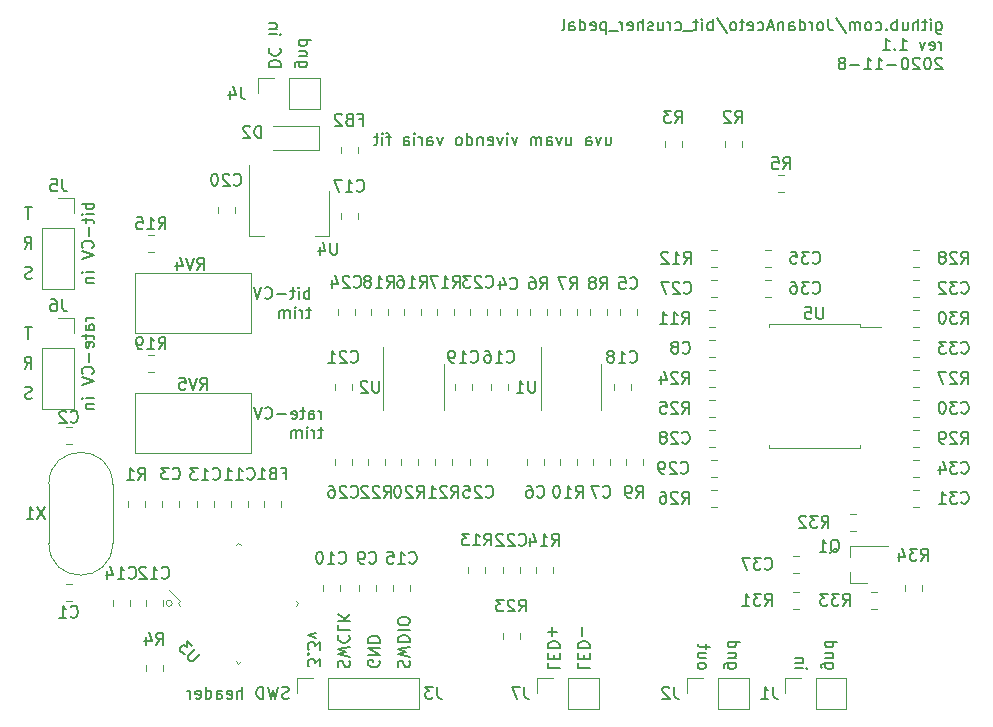
<source format=gbr>
G04 #@! TF.GenerationSoftware,KiCad,Pcbnew,5.1.6-c6e7f7d~87~ubuntu18.04.1*
G04 #@! TF.CreationDate,2020-11-08T10:49:43-05:00*
G04 #@! TF.ProjectId,bit_crusher_pedal,6269745f-6372-4757-9368-65725f706564,1*
G04 #@! TF.SameCoordinates,Original*
G04 #@! TF.FileFunction,Legend,Bot*
G04 #@! TF.FilePolarity,Positive*
%FSLAX46Y46*%
G04 Gerber Fmt 4.6, Leading zero omitted, Abs format (unit mm)*
G04 Created by KiCad (PCBNEW 5.1.6-c6e7f7d~87~ubuntu18.04.1) date 2020-11-08 10:49:43*
%MOMM*%
%LPD*%
G01*
G04 APERTURE LIST*
%ADD10C,0.150000*%
%ADD11C,0.120000*%
G04 APERTURE END LIST*
D10*
X102280404Y-85987380D02*
X102280404Y-85320714D01*
X102280404Y-85511190D02*
X102232785Y-85415952D01*
X102185166Y-85368333D01*
X102089928Y-85320714D01*
X101994690Y-85320714D01*
X101232785Y-85987380D02*
X101232785Y-85463571D01*
X101280404Y-85368333D01*
X101375642Y-85320714D01*
X101566119Y-85320714D01*
X101661357Y-85368333D01*
X101232785Y-85939761D02*
X101328023Y-85987380D01*
X101566119Y-85987380D01*
X101661357Y-85939761D01*
X101708976Y-85844523D01*
X101708976Y-85749285D01*
X101661357Y-85654047D01*
X101566119Y-85606428D01*
X101328023Y-85606428D01*
X101232785Y-85558809D01*
X100899452Y-85320714D02*
X100518500Y-85320714D01*
X100756595Y-84987380D02*
X100756595Y-85844523D01*
X100708976Y-85939761D01*
X100613738Y-85987380D01*
X100518500Y-85987380D01*
X99804214Y-85939761D02*
X99899452Y-85987380D01*
X100089928Y-85987380D01*
X100185166Y-85939761D01*
X100232785Y-85844523D01*
X100232785Y-85463571D01*
X100185166Y-85368333D01*
X100089928Y-85320714D01*
X99899452Y-85320714D01*
X99804214Y-85368333D01*
X99756595Y-85463571D01*
X99756595Y-85558809D01*
X100232785Y-85654047D01*
X99328023Y-85606428D02*
X98566119Y-85606428D01*
X97518500Y-85892142D02*
X97566119Y-85939761D01*
X97708976Y-85987380D01*
X97804214Y-85987380D01*
X97947071Y-85939761D01*
X98042309Y-85844523D01*
X98089928Y-85749285D01*
X98137547Y-85558809D01*
X98137547Y-85415952D01*
X98089928Y-85225476D01*
X98042309Y-85130238D01*
X97947071Y-85035000D01*
X97804214Y-84987380D01*
X97708976Y-84987380D01*
X97566119Y-85035000D01*
X97518500Y-85082619D01*
X97232785Y-84987380D02*
X96899452Y-85987380D01*
X96566119Y-84987380D01*
X102423261Y-86970714D02*
X102042309Y-86970714D01*
X102280404Y-86637380D02*
X102280404Y-87494523D01*
X102232785Y-87589761D01*
X102137547Y-87637380D01*
X102042309Y-87637380D01*
X101708976Y-87637380D02*
X101708976Y-86970714D01*
X101708976Y-87161190D02*
X101661357Y-87065952D01*
X101613738Y-87018333D01*
X101518500Y-86970714D01*
X101423261Y-86970714D01*
X101089928Y-87637380D02*
X101089928Y-86970714D01*
X101089928Y-86637380D02*
X101137547Y-86685000D01*
X101089928Y-86732619D01*
X101042309Y-86685000D01*
X101089928Y-86637380D01*
X101089928Y-86732619D01*
X100613738Y-87637380D02*
X100613738Y-86970714D01*
X100613738Y-87065952D02*
X100566119Y-87018333D01*
X100470880Y-86970714D01*
X100328023Y-86970714D01*
X100232785Y-87018333D01*
X100185166Y-87113571D01*
X100185166Y-87637380D01*
X100185166Y-87113571D02*
X100137547Y-87018333D01*
X100042309Y-86970714D01*
X99899452Y-86970714D01*
X99804214Y-87018333D01*
X99756595Y-87113571D01*
X99756595Y-87637380D01*
X101264404Y-75827380D02*
X101264404Y-74827380D01*
X101264404Y-75208333D02*
X101169166Y-75160714D01*
X100978690Y-75160714D01*
X100883452Y-75208333D01*
X100835833Y-75255952D01*
X100788214Y-75351190D01*
X100788214Y-75636904D01*
X100835833Y-75732142D01*
X100883452Y-75779761D01*
X100978690Y-75827380D01*
X101169166Y-75827380D01*
X101264404Y-75779761D01*
X100359642Y-75827380D02*
X100359642Y-75160714D01*
X100359642Y-74827380D02*
X100407261Y-74875000D01*
X100359642Y-74922619D01*
X100312023Y-74875000D01*
X100359642Y-74827380D01*
X100359642Y-74922619D01*
X100026309Y-75160714D02*
X99645357Y-75160714D01*
X99883452Y-74827380D02*
X99883452Y-75684523D01*
X99835833Y-75779761D01*
X99740595Y-75827380D01*
X99645357Y-75827380D01*
X99312023Y-75446428D02*
X98550119Y-75446428D01*
X97502500Y-75732142D02*
X97550119Y-75779761D01*
X97692976Y-75827380D01*
X97788214Y-75827380D01*
X97931071Y-75779761D01*
X98026309Y-75684523D01*
X98073928Y-75589285D01*
X98121547Y-75398809D01*
X98121547Y-75255952D01*
X98073928Y-75065476D01*
X98026309Y-74970238D01*
X97931071Y-74875000D01*
X97788214Y-74827380D01*
X97692976Y-74827380D01*
X97550119Y-74875000D01*
X97502500Y-74922619D01*
X97216785Y-74827380D02*
X96883452Y-75827380D01*
X96550119Y-74827380D01*
X101407261Y-76810714D02*
X101026309Y-76810714D01*
X101264404Y-76477380D02*
X101264404Y-77334523D01*
X101216785Y-77429761D01*
X101121547Y-77477380D01*
X101026309Y-77477380D01*
X100692976Y-77477380D02*
X100692976Y-76810714D01*
X100692976Y-77001190D02*
X100645357Y-76905952D01*
X100597738Y-76858333D01*
X100502500Y-76810714D01*
X100407261Y-76810714D01*
X100073928Y-77477380D02*
X100073928Y-76810714D01*
X100073928Y-76477380D02*
X100121547Y-76525000D01*
X100073928Y-76572619D01*
X100026309Y-76525000D01*
X100073928Y-76477380D01*
X100073928Y-76572619D01*
X99597738Y-77477380D02*
X99597738Y-76810714D01*
X99597738Y-76905952D02*
X99550119Y-76858333D01*
X99454880Y-76810714D01*
X99312023Y-76810714D01*
X99216785Y-76858333D01*
X99169166Y-76953571D01*
X99169166Y-77477380D01*
X99169166Y-76953571D02*
X99121547Y-76858333D01*
X99026309Y-76810714D01*
X98883452Y-76810714D01*
X98788214Y-76858333D01*
X98740595Y-76953571D01*
X98740595Y-77477380D01*
X124007619Y-106630214D02*
X124007619Y-107106404D01*
X125007619Y-107106404D01*
X124531428Y-106296880D02*
X124531428Y-105963547D01*
X124007619Y-105820690D02*
X124007619Y-106296880D01*
X125007619Y-106296880D01*
X125007619Y-105820690D01*
X124007619Y-105392119D02*
X125007619Y-105392119D01*
X125007619Y-105154023D01*
X124960000Y-105011166D01*
X124864761Y-104915928D01*
X124769523Y-104868309D01*
X124579047Y-104820690D01*
X124436190Y-104820690D01*
X124245714Y-104868309D01*
X124150476Y-104915928D01*
X124055238Y-105011166D01*
X124007619Y-105154023D01*
X124007619Y-105392119D01*
X124388571Y-104392119D02*
X124388571Y-103630214D01*
X121467619Y-106630214D02*
X121467619Y-107106404D01*
X122467619Y-107106404D01*
X121991428Y-106296880D02*
X121991428Y-105963547D01*
X121467619Y-105820690D02*
X121467619Y-106296880D01*
X122467619Y-106296880D01*
X122467619Y-105820690D01*
X121467619Y-105392119D02*
X122467619Y-105392119D01*
X122467619Y-105154023D01*
X122420000Y-105011166D01*
X122324761Y-104915928D01*
X122229523Y-104868309D01*
X122039047Y-104820690D01*
X121896190Y-104820690D01*
X121705714Y-104868309D01*
X121610476Y-104915928D01*
X121515238Y-105011166D01*
X121467619Y-105154023D01*
X121467619Y-105392119D01*
X121848571Y-104392119D02*
X121848571Y-103630214D01*
X121467619Y-104011166D02*
X122229523Y-104011166D01*
X126363809Y-62142714D02*
X126363809Y-62809380D01*
X126792380Y-62142714D02*
X126792380Y-62666523D01*
X126744761Y-62761761D01*
X126649523Y-62809380D01*
X126506666Y-62809380D01*
X126411428Y-62761761D01*
X126363809Y-62714142D01*
X125982857Y-62142714D02*
X125744761Y-62809380D01*
X125506666Y-62142714D01*
X124697142Y-62809380D02*
X124697142Y-62285571D01*
X124744761Y-62190333D01*
X124840000Y-62142714D01*
X125030476Y-62142714D01*
X125125714Y-62190333D01*
X124697142Y-62761761D02*
X124792380Y-62809380D01*
X125030476Y-62809380D01*
X125125714Y-62761761D01*
X125173333Y-62666523D01*
X125173333Y-62571285D01*
X125125714Y-62476047D01*
X125030476Y-62428428D01*
X124792380Y-62428428D01*
X124697142Y-62380809D01*
X123030476Y-62142714D02*
X123030476Y-62809380D01*
X123459047Y-62142714D02*
X123459047Y-62666523D01*
X123411428Y-62761761D01*
X123316190Y-62809380D01*
X123173333Y-62809380D01*
X123078095Y-62761761D01*
X123030476Y-62714142D01*
X122649523Y-62142714D02*
X122411428Y-62809380D01*
X122173333Y-62142714D01*
X121363809Y-62809380D02*
X121363809Y-62285571D01*
X121411428Y-62190333D01*
X121506666Y-62142714D01*
X121697142Y-62142714D01*
X121792380Y-62190333D01*
X121363809Y-62761761D02*
X121459047Y-62809380D01*
X121697142Y-62809380D01*
X121792380Y-62761761D01*
X121840000Y-62666523D01*
X121840000Y-62571285D01*
X121792380Y-62476047D01*
X121697142Y-62428428D01*
X121459047Y-62428428D01*
X121363809Y-62380809D01*
X120887619Y-62809380D02*
X120887619Y-62142714D01*
X120887619Y-62237952D02*
X120840000Y-62190333D01*
X120744761Y-62142714D01*
X120601904Y-62142714D01*
X120506666Y-62190333D01*
X120459047Y-62285571D01*
X120459047Y-62809380D01*
X120459047Y-62285571D02*
X120411428Y-62190333D01*
X120316190Y-62142714D01*
X120173333Y-62142714D01*
X120078095Y-62190333D01*
X120030476Y-62285571D01*
X120030476Y-62809380D01*
X118887619Y-62142714D02*
X118649523Y-62809380D01*
X118411428Y-62142714D01*
X118030476Y-62809380D02*
X118030476Y-62142714D01*
X118030476Y-61809380D02*
X118078095Y-61857000D01*
X118030476Y-61904619D01*
X117982857Y-61857000D01*
X118030476Y-61809380D01*
X118030476Y-61904619D01*
X117649523Y-62142714D02*
X117411428Y-62809380D01*
X117173333Y-62142714D01*
X116411428Y-62761761D02*
X116506666Y-62809380D01*
X116697142Y-62809380D01*
X116792380Y-62761761D01*
X116840000Y-62666523D01*
X116840000Y-62285571D01*
X116792380Y-62190333D01*
X116697142Y-62142714D01*
X116506666Y-62142714D01*
X116411428Y-62190333D01*
X116363809Y-62285571D01*
X116363809Y-62380809D01*
X116840000Y-62476047D01*
X115935238Y-62142714D02*
X115935238Y-62809380D01*
X115935238Y-62237952D02*
X115887619Y-62190333D01*
X115792380Y-62142714D01*
X115649523Y-62142714D01*
X115554285Y-62190333D01*
X115506666Y-62285571D01*
X115506666Y-62809380D01*
X114601904Y-62809380D02*
X114601904Y-61809380D01*
X114601904Y-62761761D02*
X114697142Y-62809380D01*
X114887619Y-62809380D01*
X114982857Y-62761761D01*
X115030476Y-62714142D01*
X115078095Y-62618904D01*
X115078095Y-62333190D01*
X115030476Y-62237952D01*
X114982857Y-62190333D01*
X114887619Y-62142714D01*
X114697142Y-62142714D01*
X114601904Y-62190333D01*
X113982857Y-62809380D02*
X114078095Y-62761761D01*
X114125714Y-62714142D01*
X114173333Y-62618904D01*
X114173333Y-62333190D01*
X114125714Y-62237952D01*
X114078095Y-62190333D01*
X113982857Y-62142714D01*
X113840000Y-62142714D01*
X113744761Y-62190333D01*
X113697142Y-62237952D01*
X113649523Y-62333190D01*
X113649523Y-62618904D01*
X113697142Y-62714142D01*
X113744761Y-62761761D01*
X113840000Y-62809380D01*
X113982857Y-62809380D01*
X112554285Y-62142714D02*
X112316190Y-62809380D01*
X112078095Y-62142714D01*
X111268571Y-62809380D02*
X111268571Y-62285571D01*
X111316190Y-62190333D01*
X111411428Y-62142714D01*
X111601904Y-62142714D01*
X111697142Y-62190333D01*
X111268571Y-62761761D02*
X111363809Y-62809380D01*
X111601904Y-62809380D01*
X111697142Y-62761761D01*
X111744761Y-62666523D01*
X111744761Y-62571285D01*
X111697142Y-62476047D01*
X111601904Y-62428428D01*
X111363809Y-62428428D01*
X111268571Y-62380809D01*
X110792380Y-62809380D02*
X110792380Y-62142714D01*
X110792380Y-62333190D02*
X110744761Y-62237952D01*
X110697142Y-62190333D01*
X110601904Y-62142714D01*
X110506666Y-62142714D01*
X110173333Y-62809380D02*
X110173333Y-62142714D01*
X110173333Y-61809380D02*
X110220952Y-61857000D01*
X110173333Y-61904619D01*
X110125714Y-61857000D01*
X110173333Y-61809380D01*
X110173333Y-61904619D01*
X109268571Y-62809380D02*
X109268571Y-62285571D01*
X109316190Y-62190333D01*
X109411428Y-62142714D01*
X109601904Y-62142714D01*
X109697142Y-62190333D01*
X109268571Y-62761761D02*
X109363809Y-62809380D01*
X109601904Y-62809380D01*
X109697142Y-62761761D01*
X109744761Y-62666523D01*
X109744761Y-62571285D01*
X109697142Y-62476047D01*
X109601904Y-62428428D01*
X109363809Y-62428428D01*
X109268571Y-62380809D01*
X108173333Y-62142714D02*
X107792380Y-62142714D01*
X108030476Y-62809380D02*
X108030476Y-61952238D01*
X107982857Y-61857000D01*
X107887619Y-61809380D01*
X107792380Y-61809380D01*
X107459047Y-62809380D02*
X107459047Y-62142714D01*
X107459047Y-61809380D02*
X107506666Y-61857000D01*
X107459047Y-61904619D01*
X107411428Y-61857000D01*
X107459047Y-61809380D01*
X107459047Y-61904619D01*
X107125714Y-62142714D02*
X106744761Y-62142714D01*
X106982857Y-61809380D02*
X106982857Y-62666523D01*
X106935238Y-62761761D01*
X106840000Y-62809380D01*
X106744761Y-62809380D01*
X154366333Y-52428214D02*
X154366333Y-53237738D01*
X154413952Y-53332976D01*
X154461571Y-53380595D01*
X154556809Y-53428214D01*
X154699666Y-53428214D01*
X154794904Y-53380595D01*
X154366333Y-53047261D02*
X154461571Y-53094880D01*
X154652047Y-53094880D01*
X154747285Y-53047261D01*
X154794904Y-52999642D01*
X154842523Y-52904404D01*
X154842523Y-52618690D01*
X154794904Y-52523452D01*
X154747285Y-52475833D01*
X154652047Y-52428214D01*
X154461571Y-52428214D01*
X154366333Y-52475833D01*
X153890142Y-53094880D02*
X153890142Y-52428214D01*
X153890142Y-52094880D02*
X153937761Y-52142500D01*
X153890142Y-52190119D01*
X153842523Y-52142500D01*
X153890142Y-52094880D01*
X153890142Y-52190119D01*
X153556809Y-52428214D02*
X153175857Y-52428214D01*
X153413952Y-52094880D02*
X153413952Y-52952023D01*
X153366333Y-53047261D01*
X153271095Y-53094880D01*
X153175857Y-53094880D01*
X152842523Y-53094880D02*
X152842523Y-52094880D01*
X152413952Y-53094880D02*
X152413952Y-52571071D01*
X152461571Y-52475833D01*
X152556809Y-52428214D01*
X152699666Y-52428214D01*
X152794904Y-52475833D01*
X152842523Y-52523452D01*
X151509190Y-52428214D02*
X151509190Y-53094880D01*
X151937761Y-52428214D02*
X151937761Y-52952023D01*
X151890142Y-53047261D01*
X151794904Y-53094880D01*
X151652047Y-53094880D01*
X151556809Y-53047261D01*
X151509190Y-52999642D01*
X151033000Y-53094880D02*
X151033000Y-52094880D01*
X151033000Y-52475833D02*
X150937761Y-52428214D01*
X150747285Y-52428214D01*
X150652047Y-52475833D01*
X150604428Y-52523452D01*
X150556809Y-52618690D01*
X150556809Y-52904404D01*
X150604428Y-52999642D01*
X150652047Y-53047261D01*
X150747285Y-53094880D01*
X150937761Y-53094880D01*
X151033000Y-53047261D01*
X150128238Y-52999642D02*
X150080619Y-53047261D01*
X150128238Y-53094880D01*
X150175857Y-53047261D01*
X150128238Y-52999642D01*
X150128238Y-53094880D01*
X149223476Y-53047261D02*
X149318714Y-53094880D01*
X149509190Y-53094880D01*
X149604428Y-53047261D01*
X149652047Y-52999642D01*
X149699666Y-52904404D01*
X149699666Y-52618690D01*
X149652047Y-52523452D01*
X149604428Y-52475833D01*
X149509190Y-52428214D01*
X149318714Y-52428214D01*
X149223476Y-52475833D01*
X148652047Y-53094880D02*
X148747285Y-53047261D01*
X148794904Y-52999642D01*
X148842523Y-52904404D01*
X148842523Y-52618690D01*
X148794904Y-52523452D01*
X148747285Y-52475833D01*
X148652047Y-52428214D01*
X148509190Y-52428214D01*
X148413952Y-52475833D01*
X148366333Y-52523452D01*
X148318714Y-52618690D01*
X148318714Y-52904404D01*
X148366333Y-52999642D01*
X148413952Y-53047261D01*
X148509190Y-53094880D01*
X148652047Y-53094880D01*
X147890142Y-53094880D02*
X147890142Y-52428214D01*
X147890142Y-52523452D02*
X147842523Y-52475833D01*
X147747285Y-52428214D01*
X147604428Y-52428214D01*
X147509190Y-52475833D01*
X147461571Y-52571071D01*
X147461571Y-53094880D01*
X147461571Y-52571071D02*
X147413952Y-52475833D01*
X147318714Y-52428214D01*
X147175857Y-52428214D01*
X147080619Y-52475833D01*
X147033000Y-52571071D01*
X147033000Y-53094880D01*
X145842523Y-52047261D02*
X146699666Y-53332976D01*
X145223476Y-52094880D02*
X145223476Y-52809166D01*
X145271095Y-52952023D01*
X145366333Y-53047261D01*
X145509190Y-53094880D01*
X145604428Y-53094880D01*
X144604428Y-53094880D02*
X144699666Y-53047261D01*
X144747285Y-52999642D01*
X144794904Y-52904404D01*
X144794904Y-52618690D01*
X144747285Y-52523452D01*
X144699666Y-52475833D01*
X144604428Y-52428214D01*
X144461571Y-52428214D01*
X144366333Y-52475833D01*
X144318714Y-52523452D01*
X144271095Y-52618690D01*
X144271095Y-52904404D01*
X144318714Y-52999642D01*
X144366333Y-53047261D01*
X144461571Y-53094880D01*
X144604428Y-53094880D01*
X143842523Y-53094880D02*
X143842523Y-52428214D01*
X143842523Y-52618690D02*
X143794904Y-52523452D01*
X143747285Y-52475833D01*
X143652047Y-52428214D01*
X143556809Y-52428214D01*
X142794904Y-53094880D02*
X142794904Y-52094880D01*
X142794904Y-53047261D02*
X142890142Y-53094880D01*
X143080619Y-53094880D01*
X143175857Y-53047261D01*
X143223476Y-52999642D01*
X143271095Y-52904404D01*
X143271095Y-52618690D01*
X143223476Y-52523452D01*
X143175857Y-52475833D01*
X143080619Y-52428214D01*
X142890142Y-52428214D01*
X142794904Y-52475833D01*
X141890142Y-53094880D02*
X141890142Y-52571071D01*
X141937761Y-52475833D01*
X142033000Y-52428214D01*
X142223476Y-52428214D01*
X142318714Y-52475833D01*
X141890142Y-53047261D02*
X141985380Y-53094880D01*
X142223476Y-53094880D01*
X142318714Y-53047261D01*
X142366333Y-52952023D01*
X142366333Y-52856785D01*
X142318714Y-52761547D01*
X142223476Y-52713928D01*
X141985380Y-52713928D01*
X141890142Y-52666309D01*
X141413952Y-52428214D02*
X141413952Y-53094880D01*
X141413952Y-52523452D02*
X141366333Y-52475833D01*
X141271095Y-52428214D01*
X141128238Y-52428214D01*
X141033000Y-52475833D01*
X140985380Y-52571071D01*
X140985380Y-53094880D01*
X140556809Y-52809166D02*
X140080619Y-52809166D01*
X140652047Y-53094880D02*
X140318714Y-52094880D01*
X139985380Y-53094880D01*
X139223476Y-53047261D02*
X139318714Y-53094880D01*
X139509190Y-53094880D01*
X139604428Y-53047261D01*
X139652047Y-52999642D01*
X139699666Y-52904404D01*
X139699666Y-52618690D01*
X139652047Y-52523452D01*
X139604428Y-52475833D01*
X139509190Y-52428214D01*
X139318714Y-52428214D01*
X139223476Y-52475833D01*
X138413952Y-53047261D02*
X138509190Y-53094880D01*
X138699666Y-53094880D01*
X138794904Y-53047261D01*
X138842523Y-52952023D01*
X138842523Y-52571071D01*
X138794904Y-52475833D01*
X138699666Y-52428214D01*
X138509190Y-52428214D01*
X138413952Y-52475833D01*
X138366333Y-52571071D01*
X138366333Y-52666309D01*
X138842523Y-52761547D01*
X138080619Y-52428214D02*
X137699666Y-52428214D01*
X137937761Y-52094880D02*
X137937761Y-52952023D01*
X137890142Y-53047261D01*
X137794904Y-53094880D01*
X137699666Y-53094880D01*
X137223476Y-53094880D02*
X137318714Y-53047261D01*
X137366333Y-52999642D01*
X137413952Y-52904404D01*
X137413952Y-52618690D01*
X137366333Y-52523452D01*
X137318714Y-52475833D01*
X137223476Y-52428214D01*
X137080619Y-52428214D01*
X136985380Y-52475833D01*
X136937761Y-52523452D01*
X136890142Y-52618690D01*
X136890142Y-52904404D01*
X136937761Y-52999642D01*
X136985380Y-53047261D01*
X137080619Y-53094880D01*
X137223476Y-53094880D01*
X135747285Y-52047261D02*
X136604428Y-53332976D01*
X135413952Y-53094880D02*
X135413952Y-52094880D01*
X135413952Y-52475833D02*
X135318714Y-52428214D01*
X135128238Y-52428214D01*
X135033000Y-52475833D01*
X134985380Y-52523452D01*
X134937761Y-52618690D01*
X134937761Y-52904404D01*
X134985380Y-52999642D01*
X135033000Y-53047261D01*
X135128238Y-53094880D01*
X135318714Y-53094880D01*
X135413952Y-53047261D01*
X134509190Y-53094880D02*
X134509190Y-52428214D01*
X134509190Y-52094880D02*
X134556809Y-52142500D01*
X134509190Y-52190119D01*
X134461571Y-52142500D01*
X134509190Y-52094880D01*
X134509190Y-52190119D01*
X134175857Y-52428214D02*
X133794904Y-52428214D01*
X134033000Y-52094880D02*
X134033000Y-52952023D01*
X133985380Y-53047261D01*
X133890142Y-53094880D01*
X133794904Y-53094880D01*
X133699666Y-53190119D02*
X132937761Y-53190119D01*
X132271095Y-53047261D02*
X132366333Y-53094880D01*
X132556809Y-53094880D01*
X132652047Y-53047261D01*
X132699666Y-52999642D01*
X132747285Y-52904404D01*
X132747285Y-52618690D01*
X132699666Y-52523452D01*
X132652047Y-52475833D01*
X132556809Y-52428214D01*
X132366333Y-52428214D01*
X132271095Y-52475833D01*
X131842523Y-53094880D02*
X131842523Y-52428214D01*
X131842523Y-52618690D02*
X131794904Y-52523452D01*
X131747285Y-52475833D01*
X131652047Y-52428214D01*
X131556809Y-52428214D01*
X130794904Y-52428214D02*
X130794904Y-53094880D01*
X131223476Y-52428214D02*
X131223476Y-52952023D01*
X131175857Y-53047261D01*
X131080619Y-53094880D01*
X130937761Y-53094880D01*
X130842523Y-53047261D01*
X130794904Y-52999642D01*
X130366333Y-53047261D02*
X130271095Y-53094880D01*
X130080619Y-53094880D01*
X129985380Y-53047261D01*
X129937761Y-52952023D01*
X129937761Y-52904404D01*
X129985380Y-52809166D01*
X130080619Y-52761547D01*
X130223476Y-52761547D01*
X130318714Y-52713928D01*
X130366333Y-52618690D01*
X130366333Y-52571071D01*
X130318714Y-52475833D01*
X130223476Y-52428214D01*
X130080619Y-52428214D01*
X129985380Y-52475833D01*
X129509190Y-53094880D02*
X129509190Y-52094880D01*
X129080619Y-53094880D02*
X129080619Y-52571071D01*
X129128238Y-52475833D01*
X129223476Y-52428214D01*
X129366333Y-52428214D01*
X129461571Y-52475833D01*
X129509190Y-52523452D01*
X128223476Y-53047261D02*
X128318714Y-53094880D01*
X128509190Y-53094880D01*
X128604428Y-53047261D01*
X128652047Y-52952023D01*
X128652047Y-52571071D01*
X128604428Y-52475833D01*
X128509190Y-52428214D01*
X128318714Y-52428214D01*
X128223476Y-52475833D01*
X128175857Y-52571071D01*
X128175857Y-52666309D01*
X128652047Y-52761547D01*
X127747285Y-53094880D02*
X127747285Y-52428214D01*
X127747285Y-52618690D02*
X127699666Y-52523452D01*
X127652047Y-52475833D01*
X127556809Y-52428214D01*
X127461571Y-52428214D01*
X127366333Y-53190119D02*
X126604428Y-53190119D01*
X126366333Y-52428214D02*
X126366333Y-53428214D01*
X126366333Y-52475833D02*
X126271095Y-52428214D01*
X126080619Y-52428214D01*
X125985380Y-52475833D01*
X125937761Y-52523452D01*
X125890142Y-52618690D01*
X125890142Y-52904404D01*
X125937761Y-52999642D01*
X125985380Y-53047261D01*
X126080619Y-53094880D01*
X126271095Y-53094880D01*
X126366333Y-53047261D01*
X125080619Y-53047261D02*
X125175857Y-53094880D01*
X125366333Y-53094880D01*
X125461571Y-53047261D01*
X125509190Y-52952023D01*
X125509190Y-52571071D01*
X125461571Y-52475833D01*
X125366333Y-52428214D01*
X125175857Y-52428214D01*
X125080619Y-52475833D01*
X125033000Y-52571071D01*
X125033000Y-52666309D01*
X125509190Y-52761547D01*
X124175857Y-53094880D02*
X124175857Y-52094880D01*
X124175857Y-53047261D02*
X124271095Y-53094880D01*
X124461571Y-53094880D01*
X124556809Y-53047261D01*
X124604428Y-52999642D01*
X124652047Y-52904404D01*
X124652047Y-52618690D01*
X124604428Y-52523452D01*
X124556809Y-52475833D01*
X124461571Y-52428214D01*
X124271095Y-52428214D01*
X124175857Y-52475833D01*
X123271095Y-53094880D02*
X123271095Y-52571071D01*
X123318714Y-52475833D01*
X123413952Y-52428214D01*
X123604428Y-52428214D01*
X123699666Y-52475833D01*
X123271095Y-53047261D02*
X123366333Y-53094880D01*
X123604428Y-53094880D01*
X123699666Y-53047261D01*
X123747285Y-52952023D01*
X123747285Y-52856785D01*
X123699666Y-52761547D01*
X123604428Y-52713928D01*
X123366333Y-52713928D01*
X123271095Y-52666309D01*
X122652047Y-53094880D02*
X122747285Y-53047261D01*
X122794904Y-52952023D01*
X122794904Y-52094880D01*
X154794904Y-54744880D02*
X154794904Y-54078214D01*
X154794904Y-54268690D02*
X154747285Y-54173452D01*
X154699666Y-54125833D01*
X154604428Y-54078214D01*
X154509190Y-54078214D01*
X153794904Y-54697261D02*
X153890142Y-54744880D01*
X154080619Y-54744880D01*
X154175857Y-54697261D01*
X154223476Y-54602023D01*
X154223476Y-54221071D01*
X154175857Y-54125833D01*
X154080619Y-54078214D01*
X153890142Y-54078214D01*
X153794904Y-54125833D01*
X153747285Y-54221071D01*
X153747285Y-54316309D01*
X154223476Y-54411547D01*
X153413952Y-54078214D02*
X153175857Y-54744880D01*
X152937761Y-54078214D01*
X151271095Y-54744880D02*
X151842523Y-54744880D01*
X151556809Y-54744880D02*
X151556809Y-53744880D01*
X151652047Y-53887738D01*
X151747285Y-53982976D01*
X151842523Y-54030595D01*
X150842523Y-54649642D02*
X150794904Y-54697261D01*
X150842523Y-54744880D01*
X150890142Y-54697261D01*
X150842523Y-54649642D01*
X150842523Y-54744880D01*
X149842523Y-54744880D02*
X150413952Y-54744880D01*
X150128238Y-54744880D02*
X150128238Y-53744880D01*
X150223476Y-53887738D01*
X150318714Y-53982976D01*
X150413952Y-54030595D01*
X154842523Y-55490119D02*
X154794904Y-55442500D01*
X154699666Y-55394880D01*
X154461571Y-55394880D01*
X154366333Y-55442500D01*
X154318714Y-55490119D01*
X154271095Y-55585357D01*
X154271095Y-55680595D01*
X154318714Y-55823452D01*
X154890142Y-56394880D01*
X154271095Y-56394880D01*
X153652047Y-55394880D02*
X153556809Y-55394880D01*
X153461571Y-55442500D01*
X153413952Y-55490119D01*
X153366333Y-55585357D01*
X153318714Y-55775833D01*
X153318714Y-56013928D01*
X153366333Y-56204404D01*
X153413952Y-56299642D01*
X153461571Y-56347261D01*
X153556809Y-56394880D01*
X153652047Y-56394880D01*
X153747285Y-56347261D01*
X153794904Y-56299642D01*
X153842523Y-56204404D01*
X153890142Y-56013928D01*
X153890142Y-55775833D01*
X153842523Y-55585357D01*
X153794904Y-55490119D01*
X153747285Y-55442500D01*
X153652047Y-55394880D01*
X152937761Y-55490119D02*
X152890142Y-55442500D01*
X152794904Y-55394880D01*
X152556809Y-55394880D01*
X152461571Y-55442500D01*
X152413952Y-55490119D01*
X152366333Y-55585357D01*
X152366333Y-55680595D01*
X152413952Y-55823452D01*
X152985380Y-56394880D01*
X152366333Y-56394880D01*
X151747285Y-55394880D02*
X151652047Y-55394880D01*
X151556809Y-55442500D01*
X151509190Y-55490119D01*
X151461571Y-55585357D01*
X151413952Y-55775833D01*
X151413952Y-56013928D01*
X151461571Y-56204404D01*
X151509190Y-56299642D01*
X151556809Y-56347261D01*
X151652047Y-56394880D01*
X151747285Y-56394880D01*
X151842523Y-56347261D01*
X151890142Y-56299642D01*
X151937761Y-56204404D01*
X151985380Y-56013928D01*
X151985380Y-55775833D01*
X151937761Y-55585357D01*
X151890142Y-55490119D01*
X151842523Y-55442500D01*
X151747285Y-55394880D01*
X150985380Y-56013928D02*
X150223476Y-56013928D01*
X149223476Y-56394880D02*
X149794904Y-56394880D01*
X149509190Y-56394880D02*
X149509190Y-55394880D01*
X149604428Y-55537738D01*
X149699666Y-55632976D01*
X149794904Y-55680595D01*
X148271095Y-56394880D02*
X148842523Y-56394880D01*
X148556809Y-56394880D02*
X148556809Y-55394880D01*
X148652047Y-55537738D01*
X148747285Y-55632976D01*
X148842523Y-55680595D01*
X147842523Y-56013928D02*
X147080619Y-56013928D01*
X146461571Y-55823452D02*
X146556809Y-55775833D01*
X146604428Y-55728214D01*
X146652047Y-55632976D01*
X146652047Y-55585357D01*
X146604428Y-55490119D01*
X146556809Y-55442500D01*
X146461571Y-55394880D01*
X146271095Y-55394880D01*
X146175857Y-55442500D01*
X146128238Y-55490119D01*
X146080619Y-55585357D01*
X146080619Y-55632976D01*
X146128238Y-55728214D01*
X146175857Y-55775833D01*
X146271095Y-55823452D01*
X146461571Y-55823452D01*
X146556809Y-55871071D01*
X146604428Y-55918690D01*
X146652047Y-56013928D01*
X146652047Y-56204404D01*
X146604428Y-56299642D01*
X146556809Y-56347261D01*
X146461571Y-56394880D01*
X146271095Y-56394880D01*
X146175857Y-56347261D01*
X146128238Y-56299642D01*
X146080619Y-56204404D01*
X146080619Y-56013928D01*
X146128238Y-55918690D01*
X146175857Y-55871071D01*
X146271095Y-55823452D01*
D11*
X89662000Y-101600000D02*
G75*
G03*
X89662000Y-101600000I-254000J0D01*
G01*
D10*
X101052285Y-55750833D02*
X100242761Y-55750833D01*
X100147523Y-55798452D01*
X100099904Y-55846071D01*
X100052285Y-55941309D01*
X100052285Y-56084166D01*
X100099904Y-56179404D01*
X100433238Y-55750833D02*
X100385619Y-55846071D01*
X100385619Y-56036547D01*
X100433238Y-56131785D01*
X100480857Y-56179404D01*
X100576095Y-56227023D01*
X100861809Y-56227023D01*
X100957047Y-56179404D01*
X101004666Y-56131785D01*
X101052285Y-56036547D01*
X101052285Y-55846071D01*
X101004666Y-55750833D01*
X101052285Y-55274642D02*
X100385619Y-55274642D01*
X100957047Y-55274642D02*
X101004666Y-55227023D01*
X101052285Y-55131785D01*
X101052285Y-54988928D01*
X101004666Y-54893690D01*
X100909428Y-54846071D01*
X100385619Y-54846071D01*
X100385619Y-53941309D02*
X101385619Y-53941309D01*
X100433238Y-53941309D02*
X100385619Y-54036547D01*
X100385619Y-54227023D01*
X100433238Y-54322261D01*
X100480857Y-54369880D01*
X100576095Y-54417500D01*
X100861809Y-54417500D01*
X100957047Y-54369880D01*
X101004666Y-54322261D01*
X101052285Y-54227023D01*
X101052285Y-54036547D01*
X101004666Y-53941309D01*
X97845619Y-56179404D02*
X98845619Y-56179404D01*
X98845619Y-55941309D01*
X98798000Y-55798452D01*
X98702761Y-55703214D01*
X98607523Y-55655595D01*
X98417047Y-55607976D01*
X98274190Y-55607976D01*
X98083714Y-55655595D01*
X97988476Y-55703214D01*
X97893238Y-55798452D01*
X97845619Y-55941309D01*
X97845619Y-56179404D01*
X97940857Y-54607976D02*
X97893238Y-54655595D01*
X97845619Y-54798452D01*
X97845619Y-54893690D01*
X97893238Y-55036547D01*
X97988476Y-55131785D01*
X98083714Y-55179404D01*
X98274190Y-55227023D01*
X98417047Y-55227023D01*
X98607523Y-55179404D01*
X98702761Y-55131785D01*
X98798000Y-55036547D01*
X98845619Y-54893690D01*
X98845619Y-54798452D01*
X98798000Y-54655595D01*
X98750380Y-54607976D01*
X97845619Y-53417500D02*
X98512285Y-53417500D01*
X98845619Y-53417500D02*
X98798000Y-53465119D01*
X98750380Y-53417500D01*
X98798000Y-53369880D01*
X98845619Y-53417500D01*
X98750380Y-53417500D01*
X98512285Y-52941309D02*
X97845619Y-52941309D01*
X98417047Y-52941309D02*
X98464666Y-52893690D01*
X98512285Y-52798452D01*
X98512285Y-52655595D01*
X98464666Y-52560357D01*
X98369428Y-52512738D01*
X97845619Y-52512738D01*
X137374285Y-106677833D02*
X136564761Y-106677833D01*
X136469523Y-106725452D01*
X136421904Y-106773071D01*
X136374285Y-106868309D01*
X136374285Y-107011166D01*
X136421904Y-107106404D01*
X136755238Y-106677833D02*
X136707619Y-106773071D01*
X136707619Y-106963547D01*
X136755238Y-107058785D01*
X136802857Y-107106404D01*
X136898095Y-107154023D01*
X137183809Y-107154023D01*
X137279047Y-107106404D01*
X137326666Y-107058785D01*
X137374285Y-106963547D01*
X137374285Y-106773071D01*
X137326666Y-106677833D01*
X137374285Y-106201642D02*
X136707619Y-106201642D01*
X137279047Y-106201642D02*
X137326666Y-106154023D01*
X137374285Y-106058785D01*
X137374285Y-105915928D01*
X137326666Y-105820690D01*
X137231428Y-105773071D01*
X136707619Y-105773071D01*
X136707619Y-104868309D02*
X137707619Y-104868309D01*
X136755238Y-104868309D02*
X136707619Y-104963547D01*
X136707619Y-105154023D01*
X136755238Y-105249261D01*
X136802857Y-105296880D01*
X136898095Y-105344500D01*
X137183809Y-105344500D01*
X137279047Y-105296880D01*
X137326666Y-105249261D01*
X137374285Y-105154023D01*
X137374285Y-104963547D01*
X137326666Y-104868309D01*
X145629285Y-106677833D02*
X144819761Y-106677833D01*
X144724523Y-106725452D01*
X144676904Y-106773071D01*
X144629285Y-106868309D01*
X144629285Y-107011166D01*
X144676904Y-107106404D01*
X145010238Y-106677833D02*
X144962619Y-106773071D01*
X144962619Y-106963547D01*
X145010238Y-107058785D01*
X145057857Y-107106404D01*
X145153095Y-107154023D01*
X145438809Y-107154023D01*
X145534047Y-107106404D01*
X145581666Y-107058785D01*
X145629285Y-106963547D01*
X145629285Y-106773071D01*
X145581666Y-106677833D01*
X145629285Y-106201642D02*
X144962619Y-106201642D01*
X145534047Y-106201642D02*
X145581666Y-106154023D01*
X145629285Y-106058785D01*
X145629285Y-105915928D01*
X145581666Y-105820690D01*
X145486428Y-105773071D01*
X144962619Y-105773071D01*
X144962619Y-104868309D02*
X145962619Y-104868309D01*
X145010238Y-104868309D02*
X144962619Y-104963547D01*
X144962619Y-105154023D01*
X145010238Y-105249261D01*
X145057857Y-105296880D01*
X145153095Y-105344500D01*
X145438809Y-105344500D01*
X145534047Y-105296880D01*
X145581666Y-105249261D01*
X145629285Y-105154023D01*
X145629285Y-104963547D01*
X145581666Y-104868309D01*
X108815238Y-107027023D02*
X108767619Y-106884166D01*
X108767619Y-106646071D01*
X108815238Y-106550833D01*
X108862857Y-106503214D01*
X108958095Y-106455595D01*
X109053333Y-106455595D01*
X109148571Y-106503214D01*
X109196190Y-106550833D01*
X109243809Y-106646071D01*
X109291428Y-106836547D01*
X109339047Y-106931785D01*
X109386666Y-106979404D01*
X109481904Y-107027023D01*
X109577142Y-107027023D01*
X109672380Y-106979404D01*
X109720000Y-106931785D01*
X109767619Y-106836547D01*
X109767619Y-106598452D01*
X109720000Y-106455595D01*
X109767619Y-106122261D02*
X108767619Y-105884166D01*
X109481904Y-105693690D01*
X108767619Y-105503214D01*
X109767619Y-105265119D01*
X108767619Y-104884166D02*
X109767619Y-104884166D01*
X109767619Y-104646071D01*
X109720000Y-104503214D01*
X109624761Y-104407976D01*
X109529523Y-104360357D01*
X109339047Y-104312738D01*
X109196190Y-104312738D01*
X109005714Y-104360357D01*
X108910476Y-104407976D01*
X108815238Y-104503214D01*
X108767619Y-104646071D01*
X108767619Y-104884166D01*
X108767619Y-103884166D02*
X109767619Y-103884166D01*
X109767619Y-103217500D02*
X109767619Y-103027023D01*
X109720000Y-102931785D01*
X109624761Y-102836547D01*
X109434285Y-102788928D01*
X109100952Y-102788928D01*
X108910476Y-102836547D01*
X108815238Y-102931785D01*
X108767619Y-103027023D01*
X108767619Y-103217500D01*
X108815238Y-103312738D01*
X108910476Y-103407976D01*
X109100952Y-103455595D01*
X109434285Y-103455595D01*
X109624761Y-103407976D01*
X109720000Y-103312738D01*
X109767619Y-103217500D01*
X107180000Y-106455595D02*
X107227619Y-106550833D01*
X107227619Y-106693690D01*
X107180000Y-106836547D01*
X107084761Y-106931785D01*
X106989523Y-106979404D01*
X106799047Y-107027023D01*
X106656190Y-107027023D01*
X106465714Y-106979404D01*
X106370476Y-106931785D01*
X106275238Y-106836547D01*
X106227619Y-106693690D01*
X106227619Y-106598452D01*
X106275238Y-106455595D01*
X106322857Y-106407976D01*
X106656190Y-106407976D01*
X106656190Y-106598452D01*
X106227619Y-105979404D02*
X107227619Y-105979404D01*
X106227619Y-105407976D01*
X107227619Y-105407976D01*
X106227619Y-104931785D02*
X107227619Y-104931785D01*
X107227619Y-104693690D01*
X107180000Y-104550833D01*
X107084761Y-104455595D01*
X106989523Y-104407976D01*
X106799047Y-104360357D01*
X106656190Y-104360357D01*
X106465714Y-104407976D01*
X106370476Y-104455595D01*
X106275238Y-104550833D01*
X106227619Y-104693690D01*
X106227619Y-104931785D01*
X103735238Y-107027023D02*
X103687619Y-106884166D01*
X103687619Y-106646071D01*
X103735238Y-106550833D01*
X103782857Y-106503214D01*
X103878095Y-106455595D01*
X103973333Y-106455595D01*
X104068571Y-106503214D01*
X104116190Y-106550833D01*
X104163809Y-106646071D01*
X104211428Y-106836547D01*
X104259047Y-106931785D01*
X104306666Y-106979404D01*
X104401904Y-107027023D01*
X104497142Y-107027023D01*
X104592380Y-106979404D01*
X104640000Y-106931785D01*
X104687619Y-106836547D01*
X104687619Y-106598452D01*
X104640000Y-106455595D01*
X104687619Y-106122261D02*
X103687619Y-105884166D01*
X104401904Y-105693690D01*
X103687619Y-105503214D01*
X104687619Y-105265119D01*
X103782857Y-104312738D02*
X103735238Y-104360357D01*
X103687619Y-104503214D01*
X103687619Y-104598452D01*
X103735238Y-104741309D01*
X103830476Y-104836547D01*
X103925714Y-104884166D01*
X104116190Y-104931785D01*
X104259047Y-104931785D01*
X104449523Y-104884166D01*
X104544761Y-104836547D01*
X104640000Y-104741309D01*
X104687619Y-104598452D01*
X104687619Y-104503214D01*
X104640000Y-104360357D01*
X104592380Y-104312738D01*
X103687619Y-103407976D02*
X103687619Y-103884166D01*
X104687619Y-103884166D01*
X103687619Y-103074642D02*
X104687619Y-103074642D01*
X103687619Y-102503214D02*
X104259047Y-102931785D01*
X104687619Y-102503214D02*
X104116190Y-103074642D01*
X102147619Y-106947642D02*
X102147619Y-106328595D01*
X101766666Y-106661928D01*
X101766666Y-106519071D01*
X101719047Y-106423833D01*
X101671428Y-106376214D01*
X101576190Y-106328595D01*
X101338095Y-106328595D01*
X101242857Y-106376214D01*
X101195238Y-106423833D01*
X101147619Y-106519071D01*
X101147619Y-106804785D01*
X101195238Y-106900023D01*
X101242857Y-106947642D01*
X101242857Y-105900023D02*
X101195238Y-105852404D01*
X101147619Y-105900023D01*
X101195238Y-105947642D01*
X101242857Y-105900023D01*
X101147619Y-105900023D01*
X102147619Y-105519071D02*
X102147619Y-104900023D01*
X101766666Y-105233357D01*
X101766666Y-105090500D01*
X101719047Y-104995261D01*
X101671428Y-104947642D01*
X101576190Y-104900023D01*
X101338095Y-104900023D01*
X101242857Y-104947642D01*
X101195238Y-104995261D01*
X101147619Y-105090500D01*
X101147619Y-105376214D01*
X101195238Y-105471452D01*
X101242857Y-105519071D01*
X101814285Y-104566690D02*
X101147619Y-104328595D01*
X101814285Y-104090500D01*
X99511904Y-109624761D02*
X99369047Y-109672380D01*
X99130952Y-109672380D01*
X99035714Y-109624761D01*
X98988095Y-109577142D01*
X98940476Y-109481904D01*
X98940476Y-109386666D01*
X98988095Y-109291428D01*
X99035714Y-109243809D01*
X99130952Y-109196190D01*
X99321428Y-109148571D01*
X99416666Y-109100952D01*
X99464285Y-109053333D01*
X99511904Y-108958095D01*
X99511904Y-108862857D01*
X99464285Y-108767619D01*
X99416666Y-108720000D01*
X99321428Y-108672380D01*
X99083333Y-108672380D01*
X98940476Y-108720000D01*
X98607142Y-108672380D02*
X98369047Y-109672380D01*
X98178571Y-108958095D01*
X97988095Y-109672380D01*
X97750000Y-108672380D01*
X97369047Y-109672380D02*
X97369047Y-108672380D01*
X97130952Y-108672380D01*
X96988095Y-108720000D01*
X96892857Y-108815238D01*
X96845238Y-108910476D01*
X96797619Y-109100952D01*
X96797619Y-109243809D01*
X96845238Y-109434285D01*
X96892857Y-109529523D01*
X96988095Y-109624761D01*
X97130952Y-109672380D01*
X97369047Y-109672380D01*
X95607142Y-109672380D02*
X95607142Y-108672380D01*
X95178571Y-109672380D02*
X95178571Y-109148571D01*
X95226190Y-109053333D01*
X95321428Y-109005714D01*
X95464285Y-109005714D01*
X95559523Y-109053333D01*
X95607142Y-109100952D01*
X94321428Y-109624761D02*
X94416666Y-109672380D01*
X94607142Y-109672380D01*
X94702380Y-109624761D01*
X94750000Y-109529523D01*
X94750000Y-109148571D01*
X94702380Y-109053333D01*
X94607142Y-109005714D01*
X94416666Y-109005714D01*
X94321428Y-109053333D01*
X94273809Y-109148571D01*
X94273809Y-109243809D01*
X94750000Y-109339047D01*
X93416666Y-109672380D02*
X93416666Y-109148571D01*
X93464285Y-109053333D01*
X93559523Y-109005714D01*
X93750000Y-109005714D01*
X93845238Y-109053333D01*
X93416666Y-109624761D02*
X93511904Y-109672380D01*
X93750000Y-109672380D01*
X93845238Y-109624761D01*
X93892857Y-109529523D01*
X93892857Y-109434285D01*
X93845238Y-109339047D01*
X93750000Y-109291428D01*
X93511904Y-109291428D01*
X93416666Y-109243809D01*
X92511904Y-109672380D02*
X92511904Y-108672380D01*
X92511904Y-109624761D02*
X92607142Y-109672380D01*
X92797619Y-109672380D01*
X92892857Y-109624761D01*
X92940476Y-109577142D01*
X92988095Y-109481904D01*
X92988095Y-109196190D01*
X92940476Y-109100952D01*
X92892857Y-109053333D01*
X92797619Y-109005714D01*
X92607142Y-109005714D01*
X92511904Y-109053333D01*
X91654761Y-109624761D02*
X91750000Y-109672380D01*
X91940476Y-109672380D01*
X92035714Y-109624761D01*
X92083333Y-109529523D01*
X92083333Y-109148571D01*
X92035714Y-109053333D01*
X91940476Y-109005714D01*
X91750000Y-109005714D01*
X91654761Y-109053333D01*
X91607142Y-109148571D01*
X91607142Y-109243809D01*
X92083333Y-109339047D01*
X91178571Y-109672380D02*
X91178571Y-109005714D01*
X91178571Y-109196190D02*
X91130952Y-109100952D01*
X91083333Y-109053333D01*
X90988095Y-109005714D01*
X90892857Y-109005714D01*
X134167619Y-106963547D02*
X134215238Y-107058785D01*
X134262857Y-107106404D01*
X134358095Y-107154023D01*
X134643809Y-107154023D01*
X134739047Y-107106404D01*
X134786666Y-107058785D01*
X134834285Y-106963547D01*
X134834285Y-106820690D01*
X134786666Y-106725452D01*
X134739047Y-106677833D01*
X134643809Y-106630214D01*
X134358095Y-106630214D01*
X134262857Y-106677833D01*
X134215238Y-106725452D01*
X134167619Y-106820690D01*
X134167619Y-106963547D01*
X134834285Y-105773071D02*
X134167619Y-105773071D01*
X134834285Y-106201642D02*
X134310476Y-106201642D01*
X134215238Y-106154023D01*
X134167619Y-106058785D01*
X134167619Y-105915928D01*
X134215238Y-105820690D01*
X134262857Y-105773071D01*
X134834285Y-105439738D02*
X134834285Y-105058785D01*
X135167619Y-105296880D02*
X134310476Y-105296880D01*
X134215238Y-105249261D01*
X134167619Y-105154023D01*
X134167619Y-105058785D01*
X142422619Y-107106404D02*
X143089285Y-107106404D01*
X143422619Y-107106404D02*
X143375000Y-107154023D01*
X143327380Y-107106404D01*
X143375000Y-107058785D01*
X143422619Y-107106404D01*
X143327380Y-107106404D01*
X143089285Y-106630214D02*
X142422619Y-106630214D01*
X142994047Y-106630214D02*
X143041666Y-106582595D01*
X143089285Y-106487357D01*
X143089285Y-106344500D01*
X143041666Y-106249261D01*
X142946428Y-106201642D01*
X142422619Y-106201642D01*
X77755714Y-78192380D02*
X77184285Y-78192380D01*
X77470000Y-79192380D02*
X77470000Y-78192380D01*
X77160476Y-81732380D02*
X77493809Y-81256190D01*
X77731904Y-81732380D02*
X77731904Y-80732380D01*
X77350952Y-80732380D01*
X77255714Y-80780000D01*
X77208095Y-80827619D01*
X77160476Y-80922857D01*
X77160476Y-81065714D01*
X77208095Y-81160952D01*
X77255714Y-81208571D01*
X77350952Y-81256190D01*
X77731904Y-81256190D01*
X77755714Y-84224761D02*
X77612857Y-84272380D01*
X77374761Y-84272380D01*
X77279523Y-84224761D01*
X77231904Y-84177142D01*
X77184285Y-84081904D01*
X77184285Y-83986666D01*
X77231904Y-83891428D01*
X77279523Y-83843809D01*
X77374761Y-83796190D01*
X77565238Y-83748571D01*
X77660476Y-83700952D01*
X77708095Y-83653333D01*
X77755714Y-83558095D01*
X77755714Y-83462857D01*
X77708095Y-83367619D01*
X77660476Y-83320000D01*
X77565238Y-83272380D01*
X77327142Y-83272380D01*
X77184285Y-83320000D01*
X83002380Y-77422857D02*
X82335714Y-77422857D01*
X82526190Y-77422857D02*
X82430952Y-77470476D01*
X82383333Y-77518095D01*
X82335714Y-77613333D01*
X82335714Y-77708571D01*
X83002380Y-78470476D02*
X82478571Y-78470476D01*
X82383333Y-78422857D01*
X82335714Y-78327619D01*
X82335714Y-78137142D01*
X82383333Y-78041904D01*
X82954761Y-78470476D02*
X83002380Y-78375238D01*
X83002380Y-78137142D01*
X82954761Y-78041904D01*
X82859523Y-77994285D01*
X82764285Y-77994285D01*
X82669047Y-78041904D01*
X82621428Y-78137142D01*
X82621428Y-78375238D01*
X82573809Y-78470476D01*
X82335714Y-78803809D02*
X82335714Y-79184761D01*
X82002380Y-78946666D02*
X82859523Y-78946666D01*
X82954761Y-78994285D01*
X83002380Y-79089523D01*
X83002380Y-79184761D01*
X82954761Y-79899047D02*
X83002380Y-79803809D01*
X83002380Y-79613333D01*
X82954761Y-79518095D01*
X82859523Y-79470476D01*
X82478571Y-79470476D01*
X82383333Y-79518095D01*
X82335714Y-79613333D01*
X82335714Y-79803809D01*
X82383333Y-79899047D01*
X82478571Y-79946666D01*
X82573809Y-79946666D01*
X82669047Y-79470476D01*
X82621428Y-80375238D02*
X82621428Y-81137142D01*
X82907142Y-82184761D02*
X82954761Y-82137142D01*
X83002380Y-81994285D01*
X83002380Y-81899047D01*
X82954761Y-81756190D01*
X82859523Y-81660952D01*
X82764285Y-81613333D01*
X82573809Y-81565714D01*
X82430952Y-81565714D01*
X82240476Y-81613333D01*
X82145238Y-81660952D01*
X82050000Y-81756190D01*
X82002380Y-81899047D01*
X82002380Y-81994285D01*
X82050000Y-82137142D01*
X82097619Y-82184761D01*
X82002380Y-82470476D02*
X83002380Y-82803809D01*
X82002380Y-83137142D01*
X83002380Y-84232380D02*
X82335714Y-84232380D01*
X82002380Y-84232380D02*
X82050000Y-84184761D01*
X82097619Y-84232380D01*
X82050000Y-84280000D01*
X82002380Y-84232380D01*
X82097619Y-84232380D01*
X82335714Y-84708571D02*
X83002380Y-84708571D01*
X82430952Y-84708571D02*
X82383333Y-84756190D01*
X82335714Y-84851428D01*
X82335714Y-84994285D01*
X82383333Y-85089523D01*
X82478571Y-85137142D01*
X83002380Y-85137142D01*
X83002380Y-67762857D02*
X82002380Y-67762857D01*
X82383333Y-67762857D02*
X82335714Y-67858095D01*
X82335714Y-68048571D01*
X82383333Y-68143809D01*
X82430952Y-68191428D01*
X82526190Y-68239047D01*
X82811904Y-68239047D01*
X82907142Y-68191428D01*
X82954761Y-68143809D01*
X83002380Y-68048571D01*
X83002380Y-67858095D01*
X82954761Y-67762857D01*
X83002380Y-68667619D02*
X82335714Y-68667619D01*
X82002380Y-68667619D02*
X82050000Y-68620000D01*
X82097619Y-68667619D01*
X82050000Y-68715238D01*
X82002380Y-68667619D01*
X82097619Y-68667619D01*
X82335714Y-69000952D02*
X82335714Y-69381904D01*
X82002380Y-69143809D02*
X82859523Y-69143809D01*
X82954761Y-69191428D01*
X83002380Y-69286666D01*
X83002380Y-69381904D01*
X82621428Y-69715238D02*
X82621428Y-70477142D01*
X82907142Y-71524761D02*
X82954761Y-71477142D01*
X83002380Y-71334285D01*
X83002380Y-71239047D01*
X82954761Y-71096190D01*
X82859523Y-71000952D01*
X82764285Y-70953333D01*
X82573809Y-70905714D01*
X82430952Y-70905714D01*
X82240476Y-70953333D01*
X82145238Y-71000952D01*
X82050000Y-71096190D01*
X82002380Y-71239047D01*
X82002380Y-71334285D01*
X82050000Y-71477142D01*
X82097619Y-71524761D01*
X82002380Y-71810476D02*
X83002380Y-72143809D01*
X82002380Y-72477142D01*
X83002380Y-73572380D02*
X82335714Y-73572380D01*
X82002380Y-73572380D02*
X82050000Y-73524761D01*
X82097619Y-73572380D01*
X82050000Y-73620000D01*
X82002380Y-73572380D01*
X82097619Y-73572380D01*
X82335714Y-74048571D02*
X83002380Y-74048571D01*
X82430952Y-74048571D02*
X82383333Y-74096190D01*
X82335714Y-74191428D01*
X82335714Y-74334285D01*
X82383333Y-74429523D01*
X82478571Y-74477142D01*
X83002380Y-74477142D01*
X77755714Y-74064761D02*
X77612857Y-74112380D01*
X77374761Y-74112380D01*
X77279523Y-74064761D01*
X77231904Y-74017142D01*
X77184285Y-73921904D01*
X77184285Y-73826666D01*
X77231904Y-73731428D01*
X77279523Y-73683809D01*
X77374761Y-73636190D01*
X77565238Y-73588571D01*
X77660476Y-73540952D01*
X77708095Y-73493333D01*
X77755714Y-73398095D01*
X77755714Y-73302857D01*
X77708095Y-73207619D01*
X77660476Y-73160000D01*
X77565238Y-73112380D01*
X77327142Y-73112380D01*
X77184285Y-73160000D01*
X77160476Y-71572380D02*
X77493809Y-71096190D01*
X77731904Y-71572380D02*
X77731904Y-70572380D01*
X77350952Y-70572380D01*
X77255714Y-70620000D01*
X77208095Y-70667619D01*
X77160476Y-70762857D01*
X77160476Y-70905714D01*
X77208095Y-71000952D01*
X77255714Y-71048571D01*
X77350952Y-71096190D01*
X77731904Y-71096190D01*
X77755714Y-68032380D02*
X77184285Y-68032380D01*
X77470000Y-69032380D02*
X77470000Y-68032380D01*
D11*
X153110000Y-100582252D02*
X153110000Y-100059748D01*
X151690000Y-100582252D02*
X151690000Y-100059748D01*
X149350252Y-100636000D02*
X148827748Y-100636000D01*
X149350252Y-102056000D02*
X148827748Y-102056000D01*
X147049748Y-95452000D02*
X147572252Y-95452000D01*
X147049748Y-94032000D02*
X147572252Y-94032000D01*
X142746252Y-100636000D02*
X142223748Y-100636000D01*
X142746252Y-102056000D02*
X142223748Y-102056000D01*
X147068000Y-99878000D02*
X147068000Y-98948000D01*
X147068000Y-96718000D02*
X147068000Y-97648000D01*
X147068000Y-96718000D02*
X150228000Y-96718000D01*
X147068000Y-99878000D02*
X148528000Y-99878000D01*
X142746252Y-97588000D02*
X142223748Y-97588000D01*
X142746252Y-99008000D02*
X142223748Y-99008000D01*
X102978000Y-70465000D02*
X101718000Y-70465000D01*
X96158000Y-70465000D02*
X97418000Y-70465000D01*
X102978000Y-66705000D02*
X102978000Y-70465000D01*
X96158000Y-64455000D02*
X96158000Y-70465000D01*
X117400000Y-76709748D02*
X117400000Y-77232252D01*
X118820000Y-76709748D02*
X118820000Y-77232252D01*
X147878000Y-78180000D02*
X149693000Y-78180000D01*
X147878000Y-77925000D02*
X147878000Y-78180000D01*
X144018000Y-77925000D02*
X147878000Y-77925000D01*
X140158000Y-77925000D02*
X140158000Y-78180000D01*
X144018000Y-77925000D02*
X140158000Y-77925000D01*
X147878000Y-88445000D02*
X147878000Y-88190000D01*
X144018000Y-88445000D02*
X147878000Y-88445000D01*
X140158000Y-88445000D02*
X140158000Y-88190000D01*
X144018000Y-88445000D02*
X140158000Y-88445000D01*
X120884000Y-83312000D02*
X120884000Y-79862000D01*
X120884000Y-83312000D02*
X120884000Y-85262000D01*
X126004000Y-83312000D02*
X126004000Y-81362000D01*
X126004000Y-83312000D02*
X126004000Y-85262000D01*
X96325000Y-88890000D02*
X96325000Y-83820000D01*
X86555000Y-88890000D02*
X86555000Y-83820000D01*
X86555000Y-83820000D02*
X96325000Y-83820000D01*
X86555000Y-88890000D02*
X96325000Y-88890000D01*
X96325000Y-78730000D02*
X96325000Y-73660000D01*
X86555000Y-78730000D02*
X86555000Y-73660000D01*
X86555000Y-73660000D02*
X96325000Y-73660000D01*
X86555000Y-78730000D02*
X96325000Y-78730000D01*
X152924252Y-78180000D02*
X152401748Y-78180000D01*
X152924252Y-76760000D02*
X152401748Y-76760000D01*
X152401748Y-86920000D02*
X152924252Y-86920000D01*
X152401748Y-88340000D02*
X152924252Y-88340000D01*
X152924252Y-73100000D02*
X152401748Y-73100000D01*
X152924252Y-71680000D02*
X152401748Y-71680000D01*
X152924252Y-83260000D02*
X152401748Y-83260000D01*
X152924252Y-81840000D02*
X152401748Y-81840000D01*
X135238748Y-92000000D02*
X135761252Y-92000000D01*
X135238748Y-93420000D02*
X135761252Y-93420000D01*
X135634252Y-85800000D02*
X135111748Y-85800000D01*
X135634252Y-84380000D02*
X135111748Y-84380000D01*
X135634252Y-83260000D02*
X135111748Y-83260000D01*
X135634252Y-81840000D02*
X135111748Y-81840000D01*
X88136252Y-81990000D02*
X87613748Y-81990000D01*
X88136252Y-80570000D02*
X87613748Y-80570000D01*
X135256748Y-71680000D02*
X135779252Y-71680000D01*
X135256748Y-73100000D02*
X135779252Y-73100000D01*
X135634252Y-78180000D02*
X135111748Y-78180000D01*
X135634252Y-76760000D02*
X135111748Y-76760000D01*
X141476252Y-66750000D02*
X140953748Y-66750000D01*
X141476252Y-65330000D02*
X140953748Y-65330000D01*
X140351252Y-75640000D02*
X139828748Y-75640000D01*
X140351252Y-74220000D02*
X139828748Y-74220000D01*
X140351252Y-73100000D02*
X139828748Y-73100000D01*
X140351252Y-71680000D02*
X139828748Y-71680000D01*
X152924252Y-90880000D02*
X152401748Y-90880000D01*
X152924252Y-89460000D02*
X152401748Y-89460000D01*
X152401748Y-79300000D02*
X152924252Y-79300000D01*
X152401748Y-80720000D02*
X152924252Y-80720000D01*
X152924252Y-75640000D02*
X152401748Y-75640000D01*
X152924252Y-74220000D02*
X152401748Y-74220000D01*
X152924252Y-93420000D02*
X152401748Y-93420000D01*
X152924252Y-92000000D02*
X152401748Y-92000000D01*
X152401748Y-84380000D02*
X152924252Y-84380000D01*
X152401748Y-85800000D02*
X152924252Y-85800000D01*
X135761252Y-90880000D02*
X135238748Y-90880000D01*
X135761252Y-89460000D02*
X135238748Y-89460000D01*
X135634252Y-88340000D02*
X135111748Y-88340000D01*
X135634252Y-86920000D02*
X135111748Y-86920000D01*
X135256748Y-74220000D02*
X135779252Y-74220000D01*
X135256748Y-75640000D02*
X135779252Y-75640000D01*
X135634252Y-80720000D02*
X135111748Y-80720000D01*
X135634252Y-79300000D02*
X135111748Y-79300000D01*
X119074000Y-104646252D02*
X119074000Y-104123748D01*
X117654000Y-104646252D02*
X117654000Y-104123748D01*
X125790000Y-107890000D02*
X125790000Y-110550000D01*
X123190000Y-107890000D02*
X125790000Y-107890000D01*
X123190000Y-110550000D02*
X125790000Y-110550000D01*
X123190000Y-107890000D02*
X123190000Y-110550000D01*
X121920000Y-107890000D02*
X120590000Y-107890000D01*
X120590000Y-107890000D02*
X120590000Y-109220000D01*
X84615000Y-96520000D02*
X84615000Y-91520000D01*
X79215000Y-96520000D02*
X79215000Y-91520000D01*
X79215000Y-91520000D02*
G75*
G02*
X84615000Y-91520000I2700000J0D01*
G01*
X79215000Y-96520000D02*
G75*
G03*
X84615000Y-96520000I2700000J0D01*
G01*
X100143179Y-101387868D02*
X100355311Y-101600000D01*
X100355311Y-101600000D02*
X100143179Y-101812132D01*
X95462132Y-96706821D02*
X95250000Y-96494689D01*
X95250000Y-96494689D02*
X95037868Y-96706821D01*
X95037868Y-106493179D02*
X95250000Y-106705311D01*
X95250000Y-106705311D02*
X95462132Y-106493179D01*
X90356821Y-101812132D02*
X90144689Y-101600000D01*
X90144689Y-101600000D02*
X90356821Y-101387868D01*
X90356821Y-101387868D02*
X89426976Y-100458023D01*
X112669000Y-83312000D02*
X112669000Y-85262000D01*
X112669000Y-83312000D02*
X112669000Y-81362000D01*
X107549000Y-83312000D02*
X107549000Y-85262000D01*
X107549000Y-83312000D02*
X107549000Y-79862000D01*
X107644000Y-89932252D02*
X107644000Y-89409748D01*
X106224000Y-89932252D02*
X106224000Y-89409748D01*
X111939000Y-89409748D02*
X111939000Y-89932252D01*
X113359000Y-89409748D02*
X113359000Y-89932252D01*
X109018000Y-89409748D02*
X109018000Y-89932252D01*
X110438000Y-89409748D02*
X110438000Y-89932252D01*
X106478000Y-76691748D02*
X106478000Y-77214252D01*
X107898000Y-76691748D02*
X107898000Y-77214252D01*
X113486000Y-77214252D02*
X113486000Y-76691748D01*
X112066000Y-77214252D02*
X112066000Y-76691748D01*
X110692000Y-77214252D02*
X110692000Y-76691748D01*
X109272000Y-77214252D02*
X109272000Y-76691748D01*
X88136252Y-70410000D02*
X87613748Y-70410000D01*
X88136252Y-71830000D02*
X87613748Y-71830000D01*
X121868000Y-99067252D02*
X121868000Y-98544748D01*
X120448000Y-99067252D02*
X120448000Y-98544748D01*
X114733000Y-98535748D02*
X114733000Y-99058252D01*
X116153000Y-98535748D02*
X116153000Y-99058252D01*
X122480000Y-89409748D02*
X122480000Y-89932252D01*
X123900000Y-89409748D02*
X123900000Y-89932252D01*
X128068000Y-89391748D02*
X128068000Y-89914252D01*
X129488000Y-89391748D02*
X129488000Y-89914252D01*
X125020000Y-76691748D02*
X125020000Y-77214252D01*
X126440000Y-76691748D02*
X126440000Y-77214252D01*
X123900000Y-77214252D02*
X123900000Y-76691748D01*
X122480000Y-77214252D02*
X122480000Y-76691748D01*
X121360000Y-77214252D02*
X121360000Y-76691748D01*
X119940000Y-77214252D02*
X119940000Y-76691748D01*
X87428000Y-106790748D02*
X87428000Y-107313252D01*
X88848000Y-106790748D02*
X88848000Y-107313252D01*
X131370000Y-62485748D02*
X131370000Y-63008252D01*
X132790000Y-62485748D02*
X132790000Y-63008252D01*
X136450000Y-62485748D02*
X136450000Y-63008252D01*
X137870000Y-62485748D02*
X137870000Y-63008252D01*
X87324000Y-93470252D02*
X87324000Y-92947748D01*
X85904000Y-93470252D02*
X85904000Y-92947748D01*
X81340000Y-85150000D02*
X78680000Y-85150000D01*
X81340000Y-80010000D02*
X81340000Y-85150000D01*
X78680000Y-80010000D02*
X78680000Y-85150000D01*
X81340000Y-80010000D02*
X78680000Y-80010000D01*
X81340000Y-78740000D02*
X81340000Y-77410000D01*
X81340000Y-77410000D02*
X80010000Y-77410000D01*
X81340000Y-74990000D02*
X78680000Y-74990000D01*
X81340000Y-69850000D02*
X81340000Y-74990000D01*
X78680000Y-69850000D02*
X78680000Y-74990000D01*
X81340000Y-69850000D02*
X78680000Y-69850000D01*
X81340000Y-68580000D02*
X81340000Y-67250000D01*
X81340000Y-67250000D02*
X80010000Y-67250000D01*
X102168000Y-57090000D02*
X102168000Y-59750000D01*
X99568000Y-57090000D02*
X102168000Y-57090000D01*
X99568000Y-59750000D02*
X102168000Y-59750000D01*
X99568000Y-57090000D02*
X99568000Y-59750000D01*
X98298000Y-57090000D02*
X96968000Y-57090000D01*
X96968000Y-57090000D02*
X96968000Y-58420000D01*
X110550000Y-107890000D02*
X110550000Y-110550000D01*
X102870000Y-107890000D02*
X110550000Y-107890000D01*
X102870000Y-110550000D02*
X110550000Y-110550000D01*
X102870000Y-107890000D02*
X102870000Y-110550000D01*
X101600000Y-107890000D02*
X100270000Y-107890000D01*
X100270000Y-107890000D02*
X100270000Y-109220000D01*
X138490000Y-107890000D02*
X138490000Y-110550000D01*
X135890000Y-107890000D02*
X138490000Y-107890000D01*
X135890000Y-110550000D02*
X138490000Y-110550000D01*
X135890000Y-107890000D02*
X135890000Y-110550000D01*
X134620000Y-107890000D02*
X133290000Y-107890000D01*
X133290000Y-107890000D02*
X133290000Y-109220000D01*
X146745000Y-107890000D02*
X146745000Y-110550000D01*
X144145000Y-107890000D02*
X146745000Y-107890000D01*
X144145000Y-110550000D02*
X146745000Y-110550000D01*
X144145000Y-107890000D02*
X144145000Y-110550000D01*
X142875000Y-107890000D02*
X141545000Y-107890000D01*
X141545000Y-107890000D02*
X141545000Y-109220000D01*
X105358000Y-63516252D02*
X105358000Y-62993748D01*
X103938000Y-63516252D02*
X103938000Y-62993748D01*
X98881000Y-93470252D02*
X98881000Y-92947748D01*
X97461000Y-93470252D02*
X97461000Y-92947748D01*
X102073000Y-61230000D02*
X102073000Y-63230000D01*
X102073000Y-63230000D02*
X98173000Y-63230000D01*
X102073000Y-61230000D02*
X98173000Y-61230000D01*
X104850000Y-89932252D02*
X104850000Y-89409748D01*
X103430000Y-89932252D02*
X103430000Y-89409748D01*
X116280000Y-89932252D02*
X116280000Y-89409748D01*
X114860000Y-89932252D02*
X114860000Y-89409748D01*
X103684000Y-76691748D02*
X103684000Y-77214252D01*
X105104000Y-76691748D02*
X105104000Y-77214252D01*
X114860000Y-76691748D02*
X114860000Y-77214252D01*
X116280000Y-76691748D02*
X116280000Y-77214252D01*
X119074000Y-99067252D02*
X119074000Y-98544748D01*
X117654000Y-99067252D02*
X117654000Y-98544748D01*
X104850000Y-83573252D02*
X104850000Y-83050748D01*
X103430000Y-83573252D02*
X103430000Y-83050748D01*
X94944000Y-68587252D02*
X94944000Y-68064748D01*
X93524000Y-68587252D02*
X93524000Y-68064748D01*
X115010000Y-83564252D02*
X115010000Y-83041748D01*
X113590000Y-83564252D02*
X113590000Y-83041748D01*
X128472000Y-83573252D02*
X128472000Y-83050748D01*
X127052000Y-83573252D02*
X127052000Y-83050748D01*
X103938000Y-68563748D02*
X103938000Y-69086252D01*
X105358000Y-68563748D02*
X105358000Y-69086252D01*
X118058000Y-83582252D02*
X118058000Y-83059748D01*
X116638000Y-83582252D02*
X116638000Y-83059748D01*
X109803000Y-100600252D02*
X109803000Y-100077748D01*
X108383000Y-100600252D02*
X108383000Y-100077748D01*
X84634000Y-101347748D02*
X84634000Y-101870252D01*
X86054000Y-101347748D02*
X86054000Y-101870252D01*
X93166000Y-93488252D02*
X93166000Y-92965748D01*
X91746000Y-93488252D02*
X91746000Y-92965748D01*
X87428000Y-101347748D02*
X87428000Y-101870252D01*
X88848000Y-101347748D02*
X88848000Y-101870252D01*
X96087000Y-93470252D02*
X96087000Y-92947748D01*
X94667000Y-93470252D02*
X94667000Y-92947748D01*
X103834000Y-100582252D02*
X103834000Y-100059748D01*
X102414000Y-100582252D02*
X102414000Y-100059748D01*
X106882000Y-100582252D02*
X106882000Y-100059748D01*
X105462000Y-100582252D02*
X105462000Y-100059748D01*
X126694000Y-89932252D02*
X126694000Y-89409748D01*
X125274000Y-89932252D02*
X125274000Y-89409748D01*
X119686000Y-89409748D02*
X119686000Y-89932252D01*
X121106000Y-89409748D02*
X121106000Y-89932252D01*
X127560000Y-76691748D02*
X127560000Y-77214252D01*
X128980000Y-76691748D02*
X128980000Y-77214252D01*
X90245000Y-93470252D02*
X90245000Y-92947748D01*
X88825000Y-93470252D02*
X88825000Y-92947748D01*
X81151252Y-86666000D02*
X80628748Y-86666000D01*
X81151252Y-88086000D02*
X80628748Y-88086000D01*
X81151252Y-100001000D02*
X80628748Y-100001000D01*
X81151252Y-101421000D02*
X80628748Y-101421000D01*
D10*
X153042857Y-97988380D02*
X153376190Y-97512190D01*
X153614285Y-97988380D02*
X153614285Y-96988380D01*
X153233333Y-96988380D01*
X153138095Y-97036000D01*
X153090476Y-97083619D01*
X153042857Y-97178857D01*
X153042857Y-97321714D01*
X153090476Y-97416952D01*
X153138095Y-97464571D01*
X153233333Y-97512190D01*
X153614285Y-97512190D01*
X152709523Y-96988380D02*
X152090476Y-96988380D01*
X152423809Y-97369333D01*
X152280952Y-97369333D01*
X152185714Y-97416952D01*
X152138095Y-97464571D01*
X152090476Y-97559809D01*
X152090476Y-97797904D01*
X152138095Y-97893142D01*
X152185714Y-97940761D01*
X152280952Y-97988380D01*
X152566666Y-97988380D01*
X152661904Y-97940761D01*
X152709523Y-97893142D01*
X151233333Y-97321714D02*
X151233333Y-97988380D01*
X151471428Y-96940761D02*
X151709523Y-97655047D01*
X151090476Y-97655047D01*
X146438857Y-101798380D02*
X146772190Y-101322190D01*
X147010285Y-101798380D02*
X147010285Y-100798380D01*
X146629333Y-100798380D01*
X146534095Y-100846000D01*
X146486476Y-100893619D01*
X146438857Y-100988857D01*
X146438857Y-101131714D01*
X146486476Y-101226952D01*
X146534095Y-101274571D01*
X146629333Y-101322190D01*
X147010285Y-101322190D01*
X146105523Y-100798380D02*
X145486476Y-100798380D01*
X145819809Y-101179333D01*
X145676952Y-101179333D01*
X145581714Y-101226952D01*
X145534095Y-101274571D01*
X145486476Y-101369809D01*
X145486476Y-101607904D01*
X145534095Y-101703142D01*
X145581714Y-101750761D01*
X145676952Y-101798380D01*
X145962666Y-101798380D01*
X146057904Y-101750761D01*
X146105523Y-101703142D01*
X145153142Y-100798380D02*
X144534095Y-100798380D01*
X144867428Y-101179333D01*
X144724571Y-101179333D01*
X144629333Y-101226952D01*
X144581714Y-101274571D01*
X144534095Y-101369809D01*
X144534095Y-101607904D01*
X144581714Y-101703142D01*
X144629333Y-101750761D01*
X144724571Y-101798380D01*
X145010285Y-101798380D01*
X145105523Y-101750761D01*
X145153142Y-101703142D01*
X144642857Y-95194380D02*
X144976190Y-94718190D01*
X145214285Y-95194380D02*
X145214285Y-94194380D01*
X144833333Y-94194380D01*
X144738095Y-94242000D01*
X144690476Y-94289619D01*
X144642857Y-94384857D01*
X144642857Y-94527714D01*
X144690476Y-94622952D01*
X144738095Y-94670571D01*
X144833333Y-94718190D01*
X145214285Y-94718190D01*
X144309523Y-94194380D02*
X143690476Y-94194380D01*
X144023809Y-94575333D01*
X143880952Y-94575333D01*
X143785714Y-94622952D01*
X143738095Y-94670571D01*
X143690476Y-94765809D01*
X143690476Y-95003904D01*
X143738095Y-95099142D01*
X143785714Y-95146761D01*
X143880952Y-95194380D01*
X144166666Y-95194380D01*
X144261904Y-95146761D01*
X144309523Y-95099142D01*
X143309523Y-94289619D02*
X143261904Y-94242000D01*
X143166666Y-94194380D01*
X142928571Y-94194380D01*
X142833333Y-94242000D01*
X142785714Y-94289619D01*
X142738095Y-94384857D01*
X142738095Y-94480095D01*
X142785714Y-94622952D01*
X143357142Y-95194380D01*
X142738095Y-95194380D01*
X139834857Y-101798380D02*
X140168190Y-101322190D01*
X140406285Y-101798380D02*
X140406285Y-100798380D01*
X140025333Y-100798380D01*
X139930095Y-100846000D01*
X139882476Y-100893619D01*
X139834857Y-100988857D01*
X139834857Y-101131714D01*
X139882476Y-101226952D01*
X139930095Y-101274571D01*
X140025333Y-101322190D01*
X140406285Y-101322190D01*
X139501523Y-100798380D02*
X138882476Y-100798380D01*
X139215809Y-101179333D01*
X139072952Y-101179333D01*
X138977714Y-101226952D01*
X138930095Y-101274571D01*
X138882476Y-101369809D01*
X138882476Y-101607904D01*
X138930095Y-101703142D01*
X138977714Y-101750761D01*
X139072952Y-101798380D01*
X139358666Y-101798380D01*
X139453904Y-101750761D01*
X139501523Y-101703142D01*
X137930095Y-101798380D02*
X138501523Y-101798380D01*
X138215809Y-101798380D02*
X138215809Y-100798380D01*
X138311047Y-100941238D01*
X138406285Y-101036476D01*
X138501523Y-101084095D01*
X145383238Y-97321619D02*
X145478476Y-97274000D01*
X145573714Y-97178761D01*
X145716571Y-97035904D01*
X145811809Y-96988285D01*
X145907047Y-96988285D01*
X145859428Y-97226380D02*
X145954666Y-97178761D01*
X146049904Y-97083523D01*
X146097523Y-96893047D01*
X146097523Y-96559714D01*
X146049904Y-96369238D01*
X145954666Y-96274000D01*
X145859428Y-96226380D01*
X145668952Y-96226380D01*
X145573714Y-96274000D01*
X145478476Y-96369238D01*
X145430857Y-96559714D01*
X145430857Y-96893047D01*
X145478476Y-97083523D01*
X145573714Y-97178761D01*
X145668952Y-97226380D01*
X145859428Y-97226380D01*
X144478476Y-97226380D02*
X145049904Y-97226380D01*
X144764190Y-97226380D02*
X144764190Y-96226380D01*
X144859428Y-96369238D01*
X144954666Y-96464476D01*
X145049904Y-96512095D01*
X139834857Y-98655142D02*
X139882476Y-98702761D01*
X140025333Y-98750380D01*
X140120571Y-98750380D01*
X140263428Y-98702761D01*
X140358666Y-98607523D01*
X140406285Y-98512285D01*
X140453904Y-98321809D01*
X140453904Y-98178952D01*
X140406285Y-97988476D01*
X140358666Y-97893238D01*
X140263428Y-97798000D01*
X140120571Y-97750380D01*
X140025333Y-97750380D01*
X139882476Y-97798000D01*
X139834857Y-97845619D01*
X139501523Y-97750380D02*
X138882476Y-97750380D01*
X139215809Y-98131333D01*
X139072952Y-98131333D01*
X138977714Y-98178952D01*
X138930095Y-98226571D01*
X138882476Y-98321809D01*
X138882476Y-98559904D01*
X138930095Y-98655142D01*
X138977714Y-98702761D01*
X139072952Y-98750380D01*
X139358666Y-98750380D01*
X139453904Y-98702761D01*
X139501523Y-98655142D01*
X138549142Y-97750380D02*
X137882476Y-97750380D01*
X138311047Y-98750380D01*
X103631904Y-71080380D02*
X103631904Y-71889904D01*
X103584285Y-71985142D01*
X103536666Y-72032761D01*
X103441428Y-72080380D01*
X103250952Y-72080380D01*
X103155714Y-72032761D01*
X103108095Y-71985142D01*
X103060476Y-71889904D01*
X103060476Y-71080380D01*
X102155714Y-71413714D02*
X102155714Y-72080380D01*
X102393809Y-71032761D02*
X102631904Y-71747047D01*
X102012857Y-71747047D01*
X118276666Y-74924142D02*
X118324285Y-74971761D01*
X118467142Y-75019380D01*
X118562380Y-75019380D01*
X118705238Y-74971761D01*
X118800476Y-74876523D01*
X118848095Y-74781285D01*
X118895714Y-74590809D01*
X118895714Y-74447952D01*
X118848095Y-74257476D01*
X118800476Y-74162238D01*
X118705238Y-74067000D01*
X118562380Y-74019380D01*
X118467142Y-74019380D01*
X118324285Y-74067000D01*
X118276666Y-74114619D01*
X117419523Y-74352714D02*
X117419523Y-75019380D01*
X117657619Y-73971761D02*
X117895714Y-74686047D01*
X117276666Y-74686047D01*
X144779904Y-76537380D02*
X144779904Y-77346904D01*
X144732285Y-77442142D01*
X144684666Y-77489761D01*
X144589428Y-77537380D01*
X144398952Y-77537380D01*
X144303714Y-77489761D01*
X144256095Y-77442142D01*
X144208476Y-77346904D01*
X144208476Y-76537380D01*
X143256095Y-76537380D02*
X143732285Y-76537380D01*
X143779904Y-77013571D01*
X143732285Y-76965952D01*
X143637047Y-76918333D01*
X143398952Y-76918333D01*
X143303714Y-76965952D01*
X143256095Y-77013571D01*
X143208476Y-77108809D01*
X143208476Y-77346904D01*
X143256095Y-77442142D01*
X143303714Y-77489761D01*
X143398952Y-77537380D01*
X143637047Y-77537380D01*
X143732285Y-77489761D01*
X143779904Y-77442142D01*
X120395904Y-82764380D02*
X120395904Y-83573904D01*
X120348285Y-83669142D01*
X120300666Y-83716761D01*
X120205428Y-83764380D01*
X120014952Y-83764380D01*
X119919714Y-83716761D01*
X119872095Y-83669142D01*
X119824476Y-83573904D01*
X119824476Y-82764380D01*
X118824476Y-83764380D02*
X119395904Y-83764380D01*
X119110190Y-83764380D02*
X119110190Y-82764380D01*
X119205428Y-82907238D01*
X119300666Y-83002476D01*
X119395904Y-83050095D01*
X92035238Y-83510380D02*
X92368571Y-83034190D01*
X92606666Y-83510380D02*
X92606666Y-82510380D01*
X92225714Y-82510380D01*
X92130476Y-82558000D01*
X92082857Y-82605619D01*
X92035238Y-82700857D01*
X92035238Y-82843714D01*
X92082857Y-82938952D01*
X92130476Y-82986571D01*
X92225714Y-83034190D01*
X92606666Y-83034190D01*
X91749523Y-82510380D02*
X91416190Y-83510380D01*
X91082857Y-82510380D01*
X90273333Y-82510380D02*
X90749523Y-82510380D01*
X90797142Y-82986571D01*
X90749523Y-82938952D01*
X90654285Y-82891333D01*
X90416190Y-82891333D01*
X90320952Y-82938952D01*
X90273333Y-82986571D01*
X90225714Y-83081809D01*
X90225714Y-83319904D01*
X90273333Y-83415142D01*
X90320952Y-83462761D01*
X90416190Y-83510380D01*
X90654285Y-83510380D01*
X90749523Y-83462761D01*
X90797142Y-83415142D01*
X91781238Y-73350380D02*
X92114571Y-72874190D01*
X92352666Y-73350380D02*
X92352666Y-72350380D01*
X91971714Y-72350380D01*
X91876476Y-72398000D01*
X91828857Y-72445619D01*
X91781238Y-72540857D01*
X91781238Y-72683714D01*
X91828857Y-72778952D01*
X91876476Y-72826571D01*
X91971714Y-72874190D01*
X92352666Y-72874190D01*
X91495523Y-72350380D02*
X91162190Y-73350380D01*
X90828857Y-72350380D01*
X90066952Y-72683714D02*
X90066952Y-73350380D01*
X90305047Y-72302761D02*
X90543142Y-73017047D01*
X89924095Y-73017047D01*
X156471857Y-77922380D02*
X156805190Y-77446190D01*
X157043285Y-77922380D02*
X157043285Y-76922380D01*
X156662333Y-76922380D01*
X156567095Y-76970000D01*
X156519476Y-77017619D01*
X156471857Y-77112857D01*
X156471857Y-77255714D01*
X156519476Y-77350952D01*
X156567095Y-77398571D01*
X156662333Y-77446190D01*
X157043285Y-77446190D01*
X156138523Y-76922380D02*
X155519476Y-76922380D01*
X155852809Y-77303333D01*
X155709952Y-77303333D01*
X155614714Y-77350952D01*
X155567095Y-77398571D01*
X155519476Y-77493809D01*
X155519476Y-77731904D01*
X155567095Y-77827142D01*
X155614714Y-77874761D01*
X155709952Y-77922380D01*
X155995666Y-77922380D01*
X156090904Y-77874761D01*
X156138523Y-77827142D01*
X154900428Y-76922380D02*
X154805190Y-76922380D01*
X154709952Y-76970000D01*
X154662333Y-77017619D01*
X154614714Y-77112857D01*
X154567095Y-77303333D01*
X154567095Y-77541428D01*
X154614714Y-77731904D01*
X154662333Y-77827142D01*
X154709952Y-77874761D01*
X154805190Y-77922380D01*
X154900428Y-77922380D01*
X154995666Y-77874761D01*
X155043285Y-77827142D01*
X155090904Y-77731904D01*
X155138523Y-77541428D01*
X155138523Y-77303333D01*
X155090904Y-77112857D01*
X155043285Y-77017619D01*
X154995666Y-76970000D01*
X154900428Y-76922380D01*
X156471857Y-88082380D02*
X156805190Y-87606190D01*
X157043285Y-88082380D02*
X157043285Y-87082380D01*
X156662333Y-87082380D01*
X156567095Y-87130000D01*
X156519476Y-87177619D01*
X156471857Y-87272857D01*
X156471857Y-87415714D01*
X156519476Y-87510952D01*
X156567095Y-87558571D01*
X156662333Y-87606190D01*
X157043285Y-87606190D01*
X156090904Y-87177619D02*
X156043285Y-87130000D01*
X155948047Y-87082380D01*
X155709952Y-87082380D01*
X155614714Y-87130000D01*
X155567095Y-87177619D01*
X155519476Y-87272857D01*
X155519476Y-87368095D01*
X155567095Y-87510952D01*
X156138523Y-88082380D01*
X155519476Y-88082380D01*
X155043285Y-88082380D02*
X154852809Y-88082380D01*
X154757571Y-88034761D01*
X154709952Y-87987142D01*
X154614714Y-87844285D01*
X154567095Y-87653809D01*
X154567095Y-87272857D01*
X154614714Y-87177619D01*
X154662333Y-87130000D01*
X154757571Y-87082380D01*
X154948047Y-87082380D01*
X155043285Y-87130000D01*
X155090904Y-87177619D01*
X155138523Y-87272857D01*
X155138523Y-87510952D01*
X155090904Y-87606190D01*
X155043285Y-87653809D01*
X154948047Y-87701428D01*
X154757571Y-87701428D01*
X154662333Y-87653809D01*
X154614714Y-87606190D01*
X154567095Y-87510952D01*
X156471857Y-72842380D02*
X156805190Y-72366190D01*
X157043285Y-72842380D02*
X157043285Y-71842380D01*
X156662333Y-71842380D01*
X156567095Y-71890000D01*
X156519476Y-71937619D01*
X156471857Y-72032857D01*
X156471857Y-72175714D01*
X156519476Y-72270952D01*
X156567095Y-72318571D01*
X156662333Y-72366190D01*
X157043285Y-72366190D01*
X156090904Y-71937619D02*
X156043285Y-71890000D01*
X155948047Y-71842380D01*
X155709952Y-71842380D01*
X155614714Y-71890000D01*
X155567095Y-71937619D01*
X155519476Y-72032857D01*
X155519476Y-72128095D01*
X155567095Y-72270952D01*
X156138523Y-72842380D01*
X155519476Y-72842380D01*
X154948047Y-72270952D02*
X155043285Y-72223333D01*
X155090904Y-72175714D01*
X155138523Y-72080476D01*
X155138523Y-72032857D01*
X155090904Y-71937619D01*
X155043285Y-71890000D01*
X154948047Y-71842380D01*
X154757571Y-71842380D01*
X154662333Y-71890000D01*
X154614714Y-71937619D01*
X154567095Y-72032857D01*
X154567095Y-72080476D01*
X154614714Y-72175714D01*
X154662333Y-72223333D01*
X154757571Y-72270952D01*
X154948047Y-72270952D01*
X155043285Y-72318571D01*
X155090904Y-72366190D01*
X155138523Y-72461428D01*
X155138523Y-72651904D01*
X155090904Y-72747142D01*
X155043285Y-72794761D01*
X154948047Y-72842380D01*
X154757571Y-72842380D01*
X154662333Y-72794761D01*
X154614714Y-72747142D01*
X154567095Y-72651904D01*
X154567095Y-72461428D01*
X154614714Y-72366190D01*
X154662333Y-72318571D01*
X154757571Y-72270952D01*
X156471857Y-83002380D02*
X156805190Y-82526190D01*
X157043285Y-83002380D02*
X157043285Y-82002380D01*
X156662333Y-82002380D01*
X156567095Y-82050000D01*
X156519476Y-82097619D01*
X156471857Y-82192857D01*
X156471857Y-82335714D01*
X156519476Y-82430952D01*
X156567095Y-82478571D01*
X156662333Y-82526190D01*
X157043285Y-82526190D01*
X156090904Y-82097619D02*
X156043285Y-82050000D01*
X155948047Y-82002380D01*
X155709952Y-82002380D01*
X155614714Y-82050000D01*
X155567095Y-82097619D01*
X155519476Y-82192857D01*
X155519476Y-82288095D01*
X155567095Y-82430952D01*
X156138523Y-83002380D01*
X155519476Y-83002380D01*
X155186142Y-82002380D02*
X154519476Y-82002380D01*
X154948047Y-83002380D01*
X132831857Y-93162380D02*
X133165190Y-92686190D01*
X133403285Y-93162380D02*
X133403285Y-92162380D01*
X133022333Y-92162380D01*
X132927095Y-92210000D01*
X132879476Y-92257619D01*
X132831857Y-92352857D01*
X132831857Y-92495714D01*
X132879476Y-92590952D01*
X132927095Y-92638571D01*
X133022333Y-92686190D01*
X133403285Y-92686190D01*
X132450904Y-92257619D02*
X132403285Y-92210000D01*
X132308047Y-92162380D01*
X132069952Y-92162380D01*
X131974714Y-92210000D01*
X131927095Y-92257619D01*
X131879476Y-92352857D01*
X131879476Y-92448095D01*
X131927095Y-92590952D01*
X132498523Y-93162380D01*
X131879476Y-93162380D01*
X131022333Y-92162380D02*
X131212809Y-92162380D01*
X131308047Y-92210000D01*
X131355666Y-92257619D01*
X131450904Y-92400476D01*
X131498523Y-92590952D01*
X131498523Y-92971904D01*
X131450904Y-93067142D01*
X131403285Y-93114761D01*
X131308047Y-93162380D01*
X131117571Y-93162380D01*
X131022333Y-93114761D01*
X130974714Y-93067142D01*
X130927095Y-92971904D01*
X130927095Y-92733809D01*
X130974714Y-92638571D01*
X131022333Y-92590952D01*
X131117571Y-92543333D01*
X131308047Y-92543333D01*
X131403285Y-92590952D01*
X131450904Y-92638571D01*
X131498523Y-92733809D01*
X132849857Y-85542380D02*
X133183190Y-85066190D01*
X133421285Y-85542380D02*
X133421285Y-84542380D01*
X133040333Y-84542380D01*
X132945095Y-84590000D01*
X132897476Y-84637619D01*
X132849857Y-84732857D01*
X132849857Y-84875714D01*
X132897476Y-84970952D01*
X132945095Y-85018571D01*
X133040333Y-85066190D01*
X133421285Y-85066190D01*
X132468904Y-84637619D02*
X132421285Y-84590000D01*
X132326047Y-84542380D01*
X132087952Y-84542380D01*
X131992714Y-84590000D01*
X131945095Y-84637619D01*
X131897476Y-84732857D01*
X131897476Y-84828095D01*
X131945095Y-84970952D01*
X132516523Y-85542380D01*
X131897476Y-85542380D01*
X130992714Y-84542380D02*
X131468904Y-84542380D01*
X131516523Y-85018571D01*
X131468904Y-84970952D01*
X131373666Y-84923333D01*
X131135571Y-84923333D01*
X131040333Y-84970952D01*
X130992714Y-85018571D01*
X130945095Y-85113809D01*
X130945095Y-85351904D01*
X130992714Y-85447142D01*
X131040333Y-85494761D01*
X131135571Y-85542380D01*
X131373666Y-85542380D01*
X131468904Y-85494761D01*
X131516523Y-85447142D01*
X132849857Y-83002380D02*
X133183190Y-82526190D01*
X133421285Y-83002380D02*
X133421285Y-82002380D01*
X133040333Y-82002380D01*
X132945095Y-82050000D01*
X132897476Y-82097619D01*
X132849857Y-82192857D01*
X132849857Y-82335714D01*
X132897476Y-82430952D01*
X132945095Y-82478571D01*
X133040333Y-82526190D01*
X133421285Y-82526190D01*
X132468904Y-82097619D02*
X132421285Y-82050000D01*
X132326047Y-82002380D01*
X132087952Y-82002380D01*
X131992714Y-82050000D01*
X131945095Y-82097619D01*
X131897476Y-82192857D01*
X131897476Y-82288095D01*
X131945095Y-82430952D01*
X132516523Y-83002380D01*
X131897476Y-83002380D01*
X131040333Y-82335714D02*
X131040333Y-83002380D01*
X131278428Y-81954761D02*
X131516523Y-82669047D01*
X130897476Y-82669047D01*
X88517857Y-80082380D02*
X88851190Y-79606190D01*
X89089285Y-80082380D02*
X89089285Y-79082380D01*
X88708333Y-79082380D01*
X88613095Y-79130000D01*
X88565476Y-79177619D01*
X88517857Y-79272857D01*
X88517857Y-79415714D01*
X88565476Y-79510952D01*
X88613095Y-79558571D01*
X88708333Y-79606190D01*
X89089285Y-79606190D01*
X87565476Y-80082380D02*
X88136904Y-80082380D01*
X87851190Y-80082380D02*
X87851190Y-79082380D01*
X87946428Y-79225238D01*
X88041666Y-79320476D01*
X88136904Y-79368095D01*
X87089285Y-80082380D02*
X86898809Y-80082380D01*
X86803571Y-80034761D01*
X86755952Y-79987142D01*
X86660714Y-79844285D01*
X86613095Y-79653809D01*
X86613095Y-79272857D01*
X86660714Y-79177619D01*
X86708333Y-79130000D01*
X86803571Y-79082380D01*
X86994047Y-79082380D01*
X87089285Y-79130000D01*
X87136904Y-79177619D01*
X87184523Y-79272857D01*
X87184523Y-79510952D01*
X87136904Y-79606190D01*
X87089285Y-79653809D01*
X86994047Y-79701428D01*
X86803571Y-79701428D01*
X86708333Y-79653809D01*
X86660714Y-79606190D01*
X86613095Y-79510952D01*
X132976857Y-72842380D02*
X133310190Y-72366190D01*
X133548285Y-72842380D02*
X133548285Y-71842380D01*
X133167333Y-71842380D01*
X133072095Y-71890000D01*
X133024476Y-71937619D01*
X132976857Y-72032857D01*
X132976857Y-72175714D01*
X133024476Y-72270952D01*
X133072095Y-72318571D01*
X133167333Y-72366190D01*
X133548285Y-72366190D01*
X132024476Y-72842380D02*
X132595904Y-72842380D01*
X132310190Y-72842380D02*
X132310190Y-71842380D01*
X132405428Y-71985238D01*
X132500666Y-72080476D01*
X132595904Y-72128095D01*
X131643523Y-71937619D02*
X131595904Y-71890000D01*
X131500666Y-71842380D01*
X131262571Y-71842380D01*
X131167333Y-71890000D01*
X131119714Y-71937619D01*
X131072095Y-72032857D01*
X131072095Y-72128095D01*
X131119714Y-72270952D01*
X131691142Y-72842380D01*
X131072095Y-72842380D01*
X132849857Y-77922380D02*
X133183190Y-77446190D01*
X133421285Y-77922380D02*
X133421285Y-76922380D01*
X133040333Y-76922380D01*
X132945095Y-76970000D01*
X132897476Y-77017619D01*
X132849857Y-77112857D01*
X132849857Y-77255714D01*
X132897476Y-77350952D01*
X132945095Y-77398571D01*
X133040333Y-77446190D01*
X133421285Y-77446190D01*
X131897476Y-77922380D02*
X132468904Y-77922380D01*
X132183190Y-77922380D02*
X132183190Y-76922380D01*
X132278428Y-77065238D01*
X132373666Y-77160476D01*
X132468904Y-77208095D01*
X130945095Y-77922380D02*
X131516523Y-77922380D01*
X131230809Y-77922380D02*
X131230809Y-76922380D01*
X131326047Y-77065238D01*
X131421285Y-77160476D01*
X131516523Y-77208095D01*
X141381666Y-64842380D02*
X141715000Y-64366190D01*
X141953095Y-64842380D02*
X141953095Y-63842380D01*
X141572142Y-63842380D01*
X141476904Y-63890000D01*
X141429285Y-63937619D01*
X141381666Y-64032857D01*
X141381666Y-64175714D01*
X141429285Y-64270952D01*
X141476904Y-64318571D01*
X141572142Y-64366190D01*
X141953095Y-64366190D01*
X140476904Y-63842380D02*
X140953095Y-63842380D01*
X141000714Y-64318571D01*
X140953095Y-64270952D01*
X140857857Y-64223333D01*
X140619761Y-64223333D01*
X140524523Y-64270952D01*
X140476904Y-64318571D01*
X140429285Y-64413809D01*
X140429285Y-64651904D01*
X140476904Y-64747142D01*
X140524523Y-64794761D01*
X140619761Y-64842380D01*
X140857857Y-64842380D01*
X140953095Y-64794761D01*
X141000714Y-64747142D01*
X143898857Y-75287142D02*
X143946476Y-75334761D01*
X144089333Y-75382380D01*
X144184571Y-75382380D01*
X144327428Y-75334761D01*
X144422666Y-75239523D01*
X144470285Y-75144285D01*
X144517904Y-74953809D01*
X144517904Y-74810952D01*
X144470285Y-74620476D01*
X144422666Y-74525238D01*
X144327428Y-74430000D01*
X144184571Y-74382380D01*
X144089333Y-74382380D01*
X143946476Y-74430000D01*
X143898857Y-74477619D01*
X143565523Y-74382380D02*
X142946476Y-74382380D01*
X143279809Y-74763333D01*
X143136952Y-74763333D01*
X143041714Y-74810952D01*
X142994095Y-74858571D01*
X142946476Y-74953809D01*
X142946476Y-75191904D01*
X142994095Y-75287142D01*
X143041714Y-75334761D01*
X143136952Y-75382380D01*
X143422666Y-75382380D01*
X143517904Y-75334761D01*
X143565523Y-75287142D01*
X142089333Y-74382380D02*
X142279809Y-74382380D01*
X142375047Y-74430000D01*
X142422666Y-74477619D01*
X142517904Y-74620476D01*
X142565523Y-74810952D01*
X142565523Y-75191904D01*
X142517904Y-75287142D01*
X142470285Y-75334761D01*
X142375047Y-75382380D01*
X142184571Y-75382380D01*
X142089333Y-75334761D01*
X142041714Y-75287142D01*
X141994095Y-75191904D01*
X141994095Y-74953809D01*
X142041714Y-74858571D01*
X142089333Y-74810952D01*
X142184571Y-74763333D01*
X142375047Y-74763333D01*
X142470285Y-74810952D01*
X142517904Y-74858571D01*
X142565523Y-74953809D01*
X143898857Y-72747142D02*
X143946476Y-72794761D01*
X144089333Y-72842380D01*
X144184571Y-72842380D01*
X144327428Y-72794761D01*
X144422666Y-72699523D01*
X144470285Y-72604285D01*
X144517904Y-72413809D01*
X144517904Y-72270952D01*
X144470285Y-72080476D01*
X144422666Y-71985238D01*
X144327428Y-71890000D01*
X144184571Y-71842380D01*
X144089333Y-71842380D01*
X143946476Y-71890000D01*
X143898857Y-71937619D01*
X143565523Y-71842380D02*
X142946476Y-71842380D01*
X143279809Y-72223333D01*
X143136952Y-72223333D01*
X143041714Y-72270952D01*
X142994095Y-72318571D01*
X142946476Y-72413809D01*
X142946476Y-72651904D01*
X142994095Y-72747142D01*
X143041714Y-72794761D01*
X143136952Y-72842380D01*
X143422666Y-72842380D01*
X143517904Y-72794761D01*
X143565523Y-72747142D01*
X142041714Y-71842380D02*
X142517904Y-71842380D01*
X142565523Y-72318571D01*
X142517904Y-72270952D01*
X142422666Y-72223333D01*
X142184571Y-72223333D01*
X142089333Y-72270952D01*
X142041714Y-72318571D01*
X141994095Y-72413809D01*
X141994095Y-72651904D01*
X142041714Y-72747142D01*
X142089333Y-72794761D01*
X142184571Y-72842380D01*
X142422666Y-72842380D01*
X142517904Y-72794761D01*
X142565523Y-72747142D01*
X156471857Y-90527142D02*
X156519476Y-90574761D01*
X156662333Y-90622380D01*
X156757571Y-90622380D01*
X156900428Y-90574761D01*
X156995666Y-90479523D01*
X157043285Y-90384285D01*
X157090904Y-90193809D01*
X157090904Y-90050952D01*
X157043285Y-89860476D01*
X156995666Y-89765238D01*
X156900428Y-89670000D01*
X156757571Y-89622380D01*
X156662333Y-89622380D01*
X156519476Y-89670000D01*
X156471857Y-89717619D01*
X156138523Y-89622380D02*
X155519476Y-89622380D01*
X155852809Y-90003333D01*
X155709952Y-90003333D01*
X155614714Y-90050952D01*
X155567095Y-90098571D01*
X155519476Y-90193809D01*
X155519476Y-90431904D01*
X155567095Y-90527142D01*
X155614714Y-90574761D01*
X155709952Y-90622380D01*
X155995666Y-90622380D01*
X156090904Y-90574761D01*
X156138523Y-90527142D01*
X154662333Y-89955714D02*
X154662333Y-90622380D01*
X154900428Y-89574761D02*
X155138523Y-90289047D01*
X154519476Y-90289047D01*
X156471857Y-80367142D02*
X156519476Y-80414761D01*
X156662333Y-80462380D01*
X156757571Y-80462380D01*
X156900428Y-80414761D01*
X156995666Y-80319523D01*
X157043285Y-80224285D01*
X157090904Y-80033809D01*
X157090904Y-79890952D01*
X157043285Y-79700476D01*
X156995666Y-79605238D01*
X156900428Y-79510000D01*
X156757571Y-79462380D01*
X156662333Y-79462380D01*
X156519476Y-79510000D01*
X156471857Y-79557619D01*
X156138523Y-79462380D02*
X155519476Y-79462380D01*
X155852809Y-79843333D01*
X155709952Y-79843333D01*
X155614714Y-79890952D01*
X155567095Y-79938571D01*
X155519476Y-80033809D01*
X155519476Y-80271904D01*
X155567095Y-80367142D01*
X155614714Y-80414761D01*
X155709952Y-80462380D01*
X155995666Y-80462380D01*
X156090904Y-80414761D01*
X156138523Y-80367142D01*
X155186142Y-79462380D02*
X154567095Y-79462380D01*
X154900428Y-79843333D01*
X154757571Y-79843333D01*
X154662333Y-79890952D01*
X154614714Y-79938571D01*
X154567095Y-80033809D01*
X154567095Y-80271904D01*
X154614714Y-80367142D01*
X154662333Y-80414761D01*
X154757571Y-80462380D01*
X155043285Y-80462380D01*
X155138523Y-80414761D01*
X155186142Y-80367142D01*
X156471857Y-75287142D02*
X156519476Y-75334761D01*
X156662333Y-75382380D01*
X156757571Y-75382380D01*
X156900428Y-75334761D01*
X156995666Y-75239523D01*
X157043285Y-75144285D01*
X157090904Y-74953809D01*
X157090904Y-74810952D01*
X157043285Y-74620476D01*
X156995666Y-74525238D01*
X156900428Y-74430000D01*
X156757571Y-74382380D01*
X156662333Y-74382380D01*
X156519476Y-74430000D01*
X156471857Y-74477619D01*
X156138523Y-74382380D02*
X155519476Y-74382380D01*
X155852809Y-74763333D01*
X155709952Y-74763333D01*
X155614714Y-74810952D01*
X155567095Y-74858571D01*
X155519476Y-74953809D01*
X155519476Y-75191904D01*
X155567095Y-75287142D01*
X155614714Y-75334761D01*
X155709952Y-75382380D01*
X155995666Y-75382380D01*
X156090904Y-75334761D01*
X156138523Y-75287142D01*
X155138523Y-74477619D02*
X155090904Y-74430000D01*
X154995666Y-74382380D01*
X154757571Y-74382380D01*
X154662333Y-74430000D01*
X154614714Y-74477619D01*
X154567095Y-74572857D01*
X154567095Y-74668095D01*
X154614714Y-74810952D01*
X155186142Y-75382380D01*
X154567095Y-75382380D01*
X156471857Y-93067142D02*
X156519476Y-93114761D01*
X156662333Y-93162380D01*
X156757571Y-93162380D01*
X156900428Y-93114761D01*
X156995666Y-93019523D01*
X157043285Y-92924285D01*
X157090904Y-92733809D01*
X157090904Y-92590952D01*
X157043285Y-92400476D01*
X156995666Y-92305238D01*
X156900428Y-92210000D01*
X156757571Y-92162380D01*
X156662333Y-92162380D01*
X156519476Y-92210000D01*
X156471857Y-92257619D01*
X156138523Y-92162380D02*
X155519476Y-92162380D01*
X155852809Y-92543333D01*
X155709952Y-92543333D01*
X155614714Y-92590952D01*
X155567095Y-92638571D01*
X155519476Y-92733809D01*
X155519476Y-92971904D01*
X155567095Y-93067142D01*
X155614714Y-93114761D01*
X155709952Y-93162380D01*
X155995666Y-93162380D01*
X156090904Y-93114761D01*
X156138523Y-93067142D01*
X154567095Y-93162380D02*
X155138523Y-93162380D01*
X154852809Y-93162380D02*
X154852809Y-92162380D01*
X154948047Y-92305238D01*
X155043285Y-92400476D01*
X155138523Y-92448095D01*
X156471857Y-85447142D02*
X156519476Y-85494761D01*
X156662333Y-85542380D01*
X156757571Y-85542380D01*
X156900428Y-85494761D01*
X156995666Y-85399523D01*
X157043285Y-85304285D01*
X157090904Y-85113809D01*
X157090904Y-84970952D01*
X157043285Y-84780476D01*
X156995666Y-84685238D01*
X156900428Y-84590000D01*
X156757571Y-84542380D01*
X156662333Y-84542380D01*
X156519476Y-84590000D01*
X156471857Y-84637619D01*
X156138523Y-84542380D02*
X155519476Y-84542380D01*
X155852809Y-84923333D01*
X155709952Y-84923333D01*
X155614714Y-84970952D01*
X155567095Y-85018571D01*
X155519476Y-85113809D01*
X155519476Y-85351904D01*
X155567095Y-85447142D01*
X155614714Y-85494761D01*
X155709952Y-85542380D01*
X155995666Y-85542380D01*
X156090904Y-85494761D01*
X156138523Y-85447142D01*
X154900428Y-84542380D02*
X154805190Y-84542380D01*
X154709952Y-84590000D01*
X154662333Y-84637619D01*
X154614714Y-84732857D01*
X154567095Y-84923333D01*
X154567095Y-85161428D01*
X154614714Y-85351904D01*
X154662333Y-85447142D01*
X154709952Y-85494761D01*
X154805190Y-85542380D01*
X154900428Y-85542380D01*
X154995666Y-85494761D01*
X155043285Y-85447142D01*
X155090904Y-85351904D01*
X155138523Y-85161428D01*
X155138523Y-84923333D01*
X155090904Y-84732857D01*
X155043285Y-84637619D01*
X154995666Y-84590000D01*
X154900428Y-84542380D01*
X132722857Y-90527142D02*
X132770476Y-90574761D01*
X132913333Y-90622380D01*
X133008571Y-90622380D01*
X133151428Y-90574761D01*
X133246666Y-90479523D01*
X133294285Y-90384285D01*
X133341904Y-90193809D01*
X133341904Y-90050952D01*
X133294285Y-89860476D01*
X133246666Y-89765238D01*
X133151428Y-89670000D01*
X133008571Y-89622380D01*
X132913333Y-89622380D01*
X132770476Y-89670000D01*
X132722857Y-89717619D01*
X132341904Y-89717619D02*
X132294285Y-89670000D01*
X132199047Y-89622380D01*
X131960952Y-89622380D01*
X131865714Y-89670000D01*
X131818095Y-89717619D01*
X131770476Y-89812857D01*
X131770476Y-89908095D01*
X131818095Y-90050952D01*
X132389523Y-90622380D01*
X131770476Y-90622380D01*
X131294285Y-90622380D02*
X131103809Y-90622380D01*
X131008571Y-90574761D01*
X130960952Y-90527142D01*
X130865714Y-90384285D01*
X130818095Y-90193809D01*
X130818095Y-89812857D01*
X130865714Y-89717619D01*
X130913333Y-89670000D01*
X131008571Y-89622380D01*
X131199047Y-89622380D01*
X131294285Y-89670000D01*
X131341904Y-89717619D01*
X131389523Y-89812857D01*
X131389523Y-90050952D01*
X131341904Y-90146190D01*
X131294285Y-90193809D01*
X131199047Y-90241428D01*
X131008571Y-90241428D01*
X130913333Y-90193809D01*
X130865714Y-90146190D01*
X130818095Y-90050952D01*
X132849857Y-87987142D02*
X132897476Y-88034761D01*
X133040333Y-88082380D01*
X133135571Y-88082380D01*
X133278428Y-88034761D01*
X133373666Y-87939523D01*
X133421285Y-87844285D01*
X133468904Y-87653809D01*
X133468904Y-87510952D01*
X133421285Y-87320476D01*
X133373666Y-87225238D01*
X133278428Y-87130000D01*
X133135571Y-87082380D01*
X133040333Y-87082380D01*
X132897476Y-87130000D01*
X132849857Y-87177619D01*
X132468904Y-87177619D02*
X132421285Y-87130000D01*
X132326047Y-87082380D01*
X132087952Y-87082380D01*
X131992714Y-87130000D01*
X131945095Y-87177619D01*
X131897476Y-87272857D01*
X131897476Y-87368095D01*
X131945095Y-87510952D01*
X132516523Y-88082380D01*
X131897476Y-88082380D01*
X131326047Y-87510952D02*
X131421285Y-87463333D01*
X131468904Y-87415714D01*
X131516523Y-87320476D01*
X131516523Y-87272857D01*
X131468904Y-87177619D01*
X131421285Y-87130000D01*
X131326047Y-87082380D01*
X131135571Y-87082380D01*
X131040333Y-87130000D01*
X130992714Y-87177619D01*
X130945095Y-87272857D01*
X130945095Y-87320476D01*
X130992714Y-87415714D01*
X131040333Y-87463333D01*
X131135571Y-87510952D01*
X131326047Y-87510952D01*
X131421285Y-87558571D01*
X131468904Y-87606190D01*
X131516523Y-87701428D01*
X131516523Y-87891904D01*
X131468904Y-87987142D01*
X131421285Y-88034761D01*
X131326047Y-88082380D01*
X131135571Y-88082380D01*
X131040333Y-88034761D01*
X130992714Y-87987142D01*
X130945095Y-87891904D01*
X130945095Y-87701428D01*
X130992714Y-87606190D01*
X131040333Y-87558571D01*
X131135571Y-87510952D01*
X132976857Y-75287142D02*
X133024476Y-75334761D01*
X133167333Y-75382380D01*
X133262571Y-75382380D01*
X133405428Y-75334761D01*
X133500666Y-75239523D01*
X133548285Y-75144285D01*
X133595904Y-74953809D01*
X133595904Y-74810952D01*
X133548285Y-74620476D01*
X133500666Y-74525238D01*
X133405428Y-74430000D01*
X133262571Y-74382380D01*
X133167333Y-74382380D01*
X133024476Y-74430000D01*
X132976857Y-74477619D01*
X132595904Y-74477619D02*
X132548285Y-74430000D01*
X132453047Y-74382380D01*
X132214952Y-74382380D01*
X132119714Y-74430000D01*
X132072095Y-74477619D01*
X132024476Y-74572857D01*
X132024476Y-74668095D01*
X132072095Y-74810952D01*
X132643523Y-75382380D01*
X132024476Y-75382380D01*
X131691142Y-74382380D02*
X131024476Y-74382380D01*
X131453047Y-75382380D01*
X132881666Y-80367142D02*
X132929285Y-80414761D01*
X133072142Y-80462380D01*
X133167380Y-80462380D01*
X133310238Y-80414761D01*
X133405476Y-80319523D01*
X133453095Y-80224285D01*
X133500714Y-80033809D01*
X133500714Y-79890952D01*
X133453095Y-79700476D01*
X133405476Y-79605238D01*
X133310238Y-79510000D01*
X133167380Y-79462380D01*
X133072142Y-79462380D01*
X132929285Y-79510000D01*
X132881666Y-79557619D01*
X132310238Y-79890952D02*
X132405476Y-79843333D01*
X132453095Y-79795714D01*
X132500714Y-79700476D01*
X132500714Y-79652857D01*
X132453095Y-79557619D01*
X132405476Y-79510000D01*
X132310238Y-79462380D01*
X132119761Y-79462380D01*
X132024523Y-79510000D01*
X131976904Y-79557619D01*
X131929285Y-79652857D01*
X131929285Y-79700476D01*
X131976904Y-79795714D01*
X132024523Y-79843333D01*
X132119761Y-79890952D01*
X132310238Y-79890952D01*
X132405476Y-79938571D01*
X132453095Y-79986190D01*
X132500714Y-80081428D01*
X132500714Y-80271904D01*
X132453095Y-80367142D01*
X132405476Y-80414761D01*
X132310238Y-80462380D01*
X132119761Y-80462380D01*
X132024523Y-80414761D01*
X131976904Y-80367142D01*
X131929285Y-80271904D01*
X131929285Y-80081428D01*
X131976904Y-79986190D01*
X132024523Y-79938571D01*
X132119761Y-79890952D01*
X119006857Y-102297380D02*
X119340190Y-101821190D01*
X119578285Y-102297380D02*
X119578285Y-101297380D01*
X119197333Y-101297380D01*
X119102095Y-101345000D01*
X119054476Y-101392619D01*
X119006857Y-101487857D01*
X119006857Y-101630714D01*
X119054476Y-101725952D01*
X119102095Y-101773571D01*
X119197333Y-101821190D01*
X119578285Y-101821190D01*
X118625904Y-101392619D02*
X118578285Y-101345000D01*
X118483047Y-101297380D01*
X118244952Y-101297380D01*
X118149714Y-101345000D01*
X118102095Y-101392619D01*
X118054476Y-101487857D01*
X118054476Y-101583095D01*
X118102095Y-101725952D01*
X118673523Y-102297380D01*
X118054476Y-102297380D01*
X117721142Y-101297380D02*
X117102095Y-101297380D01*
X117435428Y-101678333D01*
X117292571Y-101678333D01*
X117197333Y-101725952D01*
X117149714Y-101773571D01*
X117102095Y-101868809D01*
X117102095Y-102106904D01*
X117149714Y-102202142D01*
X117197333Y-102249761D01*
X117292571Y-102297380D01*
X117578285Y-102297380D01*
X117673523Y-102249761D01*
X117721142Y-102202142D01*
X119459333Y-108672380D02*
X119459333Y-109386666D01*
X119506952Y-109529523D01*
X119602190Y-109624761D01*
X119745047Y-109672380D01*
X119840285Y-109672380D01*
X119078380Y-108672380D02*
X118411714Y-108672380D01*
X118840285Y-109672380D01*
X78914523Y-93432380D02*
X78247857Y-94432380D01*
X78247857Y-93432380D02*
X78914523Y-94432380D01*
X77343095Y-94432380D02*
X77914523Y-94432380D01*
X77628809Y-94432380D02*
X77628809Y-93432380D01*
X77724047Y-93575238D01*
X77819285Y-93670476D01*
X77914523Y-93718095D01*
X92018185Y-105909310D02*
X91445765Y-106481730D01*
X91344750Y-106515402D01*
X91277406Y-106515402D01*
X91176391Y-106481730D01*
X91041704Y-106347043D01*
X91008032Y-106246028D01*
X91008032Y-106178684D01*
X91041704Y-106077669D01*
X91614124Y-105505249D01*
X91344750Y-105235875D02*
X90907017Y-104798143D01*
X90873345Y-105303219D01*
X90772330Y-105202204D01*
X90671315Y-105168532D01*
X90603971Y-105168532D01*
X90502956Y-105202204D01*
X90334597Y-105370562D01*
X90300925Y-105471578D01*
X90300925Y-105538921D01*
X90334597Y-105639936D01*
X90536628Y-105841967D01*
X90637643Y-105875639D01*
X90704986Y-105875639D01*
X107187904Y-82764380D02*
X107187904Y-83573904D01*
X107140285Y-83669142D01*
X107092666Y-83716761D01*
X106997428Y-83764380D01*
X106806952Y-83764380D01*
X106711714Y-83716761D01*
X106664095Y-83669142D01*
X106616476Y-83573904D01*
X106616476Y-82764380D01*
X106187904Y-82859619D02*
X106140285Y-82812000D01*
X106045047Y-82764380D01*
X105806952Y-82764380D01*
X105711714Y-82812000D01*
X105664095Y-82859619D01*
X105616476Y-82954857D01*
X105616476Y-83050095D01*
X105664095Y-83192952D01*
X106235523Y-83764380D01*
X105616476Y-83764380D01*
X107576857Y-92654380D02*
X107910190Y-92178190D01*
X108148285Y-92654380D02*
X108148285Y-91654380D01*
X107767333Y-91654380D01*
X107672095Y-91702000D01*
X107624476Y-91749619D01*
X107576857Y-91844857D01*
X107576857Y-91987714D01*
X107624476Y-92082952D01*
X107672095Y-92130571D01*
X107767333Y-92178190D01*
X108148285Y-92178190D01*
X107195904Y-91749619D02*
X107148285Y-91702000D01*
X107053047Y-91654380D01*
X106814952Y-91654380D01*
X106719714Y-91702000D01*
X106672095Y-91749619D01*
X106624476Y-91844857D01*
X106624476Y-91940095D01*
X106672095Y-92082952D01*
X107243523Y-92654380D01*
X106624476Y-92654380D01*
X106243523Y-91749619D02*
X106195904Y-91702000D01*
X106100666Y-91654380D01*
X105862571Y-91654380D01*
X105767333Y-91702000D01*
X105719714Y-91749619D01*
X105672095Y-91844857D01*
X105672095Y-91940095D01*
X105719714Y-92082952D01*
X106291142Y-92654380D01*
X105672095Y-92654380D01*
X113291857Y-92654380D02*
X113625190Y-92178190D01*
X113863285Y-92654380D02*
X113863285Y-91654380D01*
X113482333Y-91654380D01*
X113387095Y-91702000D01*
X113339476Y-91749619D01*
X113291857Y-91844857D01*
X113291857Y-91987714D01*
X113339476Y-92082952D01*
X113387095Y-92130571D01*
X113482333Y-92178190D01*
X113863285Y-92178190D01*
X112910904Y-91749619D02*
X112863285Y-91702000D01*
X112768047Y-91654380D01*
X112529952Y-91654380D01*
X112434714Y-91702000D01*
X112387095Y-91749619D01*
X112339476Y-91844857D01*
X112339476Y-91940095D01*
X112387095Y-92082952D01*
X112958523Y-92654380D01*
X112339476Y-92654380D01*
X111387095Y-92654380D02*
X111958523Y-92654380D01*
X111672809Y-92654380D02*
X111672809Y-91654380D01*
X111768047Y-91797238D01*
X111863285Y-91892476D01*
X111958523Y-91940095D01*
X110370857Y-92654380D02*
X110704190Y-92178190D01*
X110942285Y-92654380D02*
X110942285Y-91654380D01*
X110561333Y-91654380D01*
X110466095Y-91702000D01*
X110418476Y-91749619D01*
X110370857Y-91844857D01*
X110370857Y-91987714D01*
X110418476Y-92082952D01*
X110466095Y-92130571D01*
X110561333Y-92178190D01*
X110942285Y-92178190D01*
X109989904Y-91749619D02*
X109942285Y-91702000D01*
X109847047Y-91654380D01*
X109608952Y-91654380D01*
X109513714Y-91702000D01*
X109466095Y-91749619D01*
X109418476Y-91844857D01*
X109418476Y-91940095D01*
X109466095Y-92082952D01*
X110037523Y-92654380D01*
X109418476Y-92654380D01*
X108799428Y-91654380D02*
X108704190Y-91654380D01*
X108608952Y-91702000D01*
X108561333Y-91749619D01*
X108513714Y-91844857D01*
X108466095Y-92035333D01*
X108466095Y-92273428D01*
X108513714Y-92463904D01*
X108561333Y-92559142D01*
X108608952Y-92606761D01*
X108704190Y-92654380D01*
X108799428Y-92654380D01*
X108894666Y-92606761D01*
X108942285Y-92559142D01*
X108989904Y-92463904D01*
X109037523Y-92273428D01*
X109037523Y-92035333D01*
X108989904Y-91844857D01*
X108942285Y-91749619D01*
X108894666Y-91702000D01*
X108799428Y-91654380D01*
X107830857Y-74874380D02*
X108164190Y-74398190D01*
X108402285Y-74874380D02*
X108402285Y-73874380D01*
X108021333Y-73874380D01*
X107926095Y-73922000D01*
X107878476Y-73969619D01*
X107830857Y-74064857D01*
X107830857Y-74207714D01*
X107878476Y-74302952D01*
X107926095Y-74350571D01*
X108021333Y-74398190D01*
X108402285Y-74398190D01*
X106878476Y-74874380D02*
X107449904Y-74874380D01*
X107164190Y-74874380D02*
X107164190Y-73874380D01*
X107259428Y-74017238D01*
X107354666Y-74112476D01*
X107449904Y-74160095D01*
X106307047Y-74302952D02*
X106402285Y-74255333D01*
X106449904Y-74207714D01*
X106497523Y-74112476D01*
X106497523Y-74064857D01*
X106449904Y-73969619D01*
X106402285Y-73922000D01*
X106307047Y-73874380D01*
X106116571Y-73874380D01*
X106021333Y-73922000D01*
X105973714Y-73969619D01*
X105926095Y-74064857D01*
X105926095Y-74112476D01*
X105973714Y-74207714D01*
X106021333Y-74255333D01*
X106116571Y-74302952D01*
X106307047Y-74302952D01*
X106402285Y-74350571D01*
X106449904Y-74398190D01*
X106497523Y-74493428D01*
X106497523Y-74683904D01*
X106449904Y-74779142D01*
X106402285Y-74826761D01*
X106307047Y-74874380D01*
X106116571Y-74874380D01*
X106021333Y-74826761D01*
X105973714Y-74779142D01*
X105926095Y-74683904D01*
X105926095Y-74493428D01*
X105973714Y-74398190D01*
X106021333Y-74350571D01*
X106116571Y-74302952D01*
X113418857Y-74874380D02*
X113752190Y-74398190D01*
X113990285Y-74874380D02*
X113990285Y-73874380D01*
X113609333Y-73874380D01*
X113514095Y-73922000D01*
X113466476Y-73969619D01*
X113418857Y-74064857D01*
X113418857Y-74207714D01*
X113466476Y-74302952D01*
X113514095Y-74350571D01*
X113609333Y-74398190D01*
X113990285Y-74398190D01*
X112466476Y-74874380D02*
X113037904Y-74874380D01*
X112752190Y-74874380D02*
X112752190Y-73874380D01*
X112847428Y-74017238D01*
X112942666Y-74112476D01*
X113037904Y-74160095D01*
X112133142Y-73874380D02*
X111466476Y-73874380D01*
X111895047Y-74874380D01*
X110624857Y-74874380D02*
X110958190Y-74398190D01*
X111196285Y-74874380D02*
X111196285Y-73874380D01*
X110815333Y-73874380D01*
X110720095Y-73922000D01*
X110672476Y-73969619D01*
X110624857Y-74064857D01*
X110624857Y-74207714D01*
X110672476Y-74302952D01*
X110720095Y-74350571D01*
X110815333Y-74398190D01*
X111196285Y-74398190D01*
X109672476Y-74874380D02*
X110243904Y-74874380D01*
X109958190Y-74874380D02*
X109958190Y-73874380D01*
X110053428Y-74017238D01*
X110148666Y-74112476D01*
X110243904Y-74160095D01*
X108815333Y-73874380D02*
X109005809Y-73874380D01*
X109101047Y-73922000D01*
X109148666Y-73969619D01*
X109243904Y-74112476D01*
X109291523Y-74302952D01*
X109291523Y-74683904D01*
X109243904Y-74779142D01*
X109196285Y-74826761D01*
X109101047Y-74874380D01*
X108910571Y-74874380D01*
X108815333Y-74826761D01*
X108767714Y-74779142D01*
X108720095Y-74683904D01*
X108720095Y-74445809D01*
X108767714Y-74350571D01*
X108815333Y-74302952D01*
X108910571Y-74255333D01*
X109101047Y-74255333D01*
X109196285Y-74302952D01*
X109243904Y-74350571D01*
X109291523Y-74445809D01*
X88517857Y-69922380D02*
X88851190Y-69446190D01*
X89089285Y-69922380D02*
X89089285Y-68922380D01*
X88708333Y-68922380D01*
X88613095Y-68970000D01*
X88565476Y-69017619D01*
X88517857Y-69112857D01*
X88517857Y-69255714D01*
X88565476Y-69350952D01*
X88613095Y-69398571D01*
X88708333Y-69446190D01*
X89089285Y-69446190D01*
X87565476Y-69922380D02*
X88136904Y-69922380D01*
X87851190Y-69922380D02*
X87851190Y-68922380D01*
X87946428Y-69065238D01*
X88041666Y-69160476D01*
X88136904Y-69208095D01*
X86660714Y-68922380D02*
X87136904Y-68922380D01*
X87184523Y-69398571D01*
X87136904Y-69350952D01*
X87041666Y-69303333D01*
X86803571Y-69303333D01*
X86708333Y-69350952D01*
X86660714Y-69398571D01*
X86613095Y-69493809D01*
X86613095Y-69731904D01*
X86660714Y-69827142D01*
X86708333Y-69874761D01*
X86803571Y-69922380D01*
X87041666Y-69922380D01*
X87136904Y-69874761D01*
X87184523Y-69827142D01*
X121800857Y-96718380D02*
X122134190Y-96242190D01*
X122372285Y-96718380D02*
X122372285Y-95718380D01*
X121991333Y-95718380D01*
X121896095Y-95766000D01*
X121848476Y-95813619D01*
X121800857Y-95908857D01*
X121800857Y-96051714D01*
X121848476Y-96146952D01*
X121896095Y-96194571D01*
X121991333Y-96242190D01*
X122372285Y-96242190D01*
X120848476Y-96718380D02*
X121419904Y-96718380D01*
X121134190Y-96718380D02*
X121134190Y-95718380D01*
X121229428Y-95861238D01*
X121324666Y-95956476D01*
X121419904Y-96004095D01*
X119991333Y-96051714D02*
X119991333Y-96718380D01*
X120229428Y-95670761D02*
X120467523Y-96385047D01*
X119848476Y-96385047D01*
X116085857Y-96709380D02*
X116419190Y-96233190D01*
X116657285Y-96709380D02*
X116657285Y-95709380D01*
X116276333Y-95709380D01*
X116181095Y-95757000D01*
X116133476Y-95804619D01*
X116085857Y-95899857D01*
X116085857Y-96042714D01*
X116133476Y-96137952D01*
X116181095Y-96185571D01*
X116276333Y-96233190D01*
X116657285Y-96233190D01*
X115133476Y-96709380D02*
X115704904Y-96709380D01*
X115419190Y-96709380D02*
X115419190Y-95709380D01*
X115514428Y-95852238D01*
X115609666Y-95947476D01*
X115704904Y-95995095D01*
X114800142Y-95709380D02*
X114181095Y-95709380D01*
X114514428Y-96090333D01*
X114371571Y-96090333D01*
X114276333Y-96137952D01*
X114228714Y-96185571D01*
X114181095Y-96280809D01*
X114181095Y-96518904D01*
X114228714Y-96614142D01*
X114276333Y-96661761D01*
X114371571Y-96709380D01*
X114657285Y-96709380D01*
X114752523Y-96661761D01*
X114800142Y-96614142D01*
X123832857Y-92654380D02*
X124166190Y-92178190D01*
X124404285Y-92654380D02*
X124404285Y-91654380D01*
X124023333Y-91654380D01*
X123928095Y-91702000D01*
X123880476Y-91749619D01*
X123832857Y-91844857D01*
X123832857Y-91987714D01*
X123880476Y-92082952D01*
X123928095Y-92130571D01*
X124023333Y-92178190D01*
X124404285Y-92178190D01*
X122880476Y-92654380D02*
X123451904Y-92654380D01*
X123166190Y-92654380D02*
X123166190Y-91654380D01*
X123261428Y-91797238D01*
X123356666Y-91892476D01*
X123451904Y-91940095D01*
X122261428Y-91654380D02*
X122166190Y-91654380D01*
X122070952Y-91702000D01*
X122023333Y-91749619D01*
X121975714Y-91844857D01*
X121928095Y-92035333D01*
X121928095Y-92273428D01*
X121975714Y-92463904D01*
X122023333Y-92559142D01*
X122070952Y-92606761D01*
X122166190Y-92654380D01*
X122261428Y-92654380D01*
X122356666Y-92606761D01*
X122404285Y-92559142D01*
X122451904Y-92463904D01*
X122499523Y-92273428D01*
X122499523Y-92035333D01*
X122451904Y-91844857D01*
X122404285Y-91749619D01*
X122356666Y-91702000D01*
X122261428Y-91654380D01*
X128944666Y-92654380D02*
X129278000Y-92178190D01*
X129516095Y-92654380D02*
X129516095Y-91654380D01*
X129135142Y-91654380D01*
X129039904Y-91702000D01*
X128992285Y-91749619D01*
X128944666Y-91844857D01*
X128944666Y-91987714D01*
X128992285Y-92082952D01*
X129039904Y-92130571D01*
X129135142Y-92178190D01*
X129516095Y-92178190D01*
X128468476Y-92654380D02*
X128278000Y-92654380D01*
X128182761Y-92606761D01*
X128135142Y-92559142D01*
X128039904Y-92416285D01*
X127992285Y-92225809D01*
X127992285Y-91844857D01*
X128039904Y-91749619D01*
X128087523Y-91702000D01*
X128182761Y-91654380D01*
X128373238Y-91654380D01*
X128468476Y-91702000D01*
X128516095Y-91749619D01*
X128563714Y-91844857D01*
X128563714Y-92082952D01*
X128516095Y-92178190D01*
X128468476Y-92225809D01*
X128373238Y-92273428D01*
X128182761Y-92273428D01*
X128087523Y-92225809D01*
X128039904Y-92178190D01*
X127992285Y-92082952D01*
X125896666Y-74992380D02*
X126230000Y-74516190D01*
X126468095Y-74992380D02*
X126468095Y-73992380D01*
X126087142Y-73992380D01*
X125991904Y-74040000D01*
X125944285Y-74087619D01*
X125896666Y-74182857D01*
X125896666Y-74325714D01*
X125944285Y-74420952D01*
X125991904Y-74468571D01*
X126087142Y-74516190D01*
X126468095Y-74516190D01*
X125325238Y-74420952D02*
X125420476Y-74373333D01*
X125468095Y-74325714D01*
X125515714Y-74230476D01*
X125515714Y-74182857D01*
X125468095Y-74087619D01*
X125420476Y-74040000D01*
X125325238Y-73992380D01*
X125134761Y-73992380D01*
X125039523Y-74040000D01*
X124991904Y-74087619D01*
X124944285Y-74182857D01*
X124944285Y-74230476D01*
X124991904Y-74325714D01*
X125039523Y-74373333D01*
X125134761Y-74420952D01*
X125325238Y-74420952D01*
X125420476Y-74468571D01*
X125468095Y-74516190D01*
X125515714Y-74611428D01*
X125515714Y-74801904D01*
X125468095Y-74897142D01*
X125420476Y-74944761D01*
X125325238Y-74992380D01*
X125134761Y-74992380D01*
X125039523Y-74944761D01*
X124991904Y-74897142D01*
X124944285Y-74801904D01*
X124944285Y-74611428D01*
X124991904Y-74516190D01*
X125039523Y-74468571D01*
X125134761Y-74420952D01*
X123356666Y-74992380D02*
X123690000Y-74516190D01*
X123928095Y-74992380D02*
X123928095Y-73992380D01*
X123547142Y-73992380D01*
X123451904Y-74040000D01*
X123404285Y-74087619D01*
X123356666Y-74182857D01*
X123356666Y-74325714D01*
X123404285Y-74420952D01*
X123451904Y-74468571D01*
X123547142Y-74516190D01*
X123928095Y-74516190D01*
X123023333Y-73992380D02*
X122356666Y-73992380D01*
X122785238Y-74992380D01*
X120816666Y-74992380D02*
X121150000Y-74516190D01*
X121388095Y-74992380D02*
X121388095Y-73992380D01*
X121007142Y-73992380D01*
X120911904Y-74040000D01*
X120864285Y-74087619D01*
X120816666Y-74182857D01*
X120816666Y-74325714D01*
X120864285Y-74420952D01*
X120911904Y-74468571D01*
X121007142Y-74516190D01*
X121388095Y-74516190D01*
X119959523Y-73992380D02*
X120150000Y-73992380D01*
X120245238Y-74040000D01*
X120292857Y-74087619D01*
X120388095Y-74230476D01*
X120435714Y-74420952D01*
X120435714Y-74801904D01*
X120388095Y-74897142D01*
X120340476Y-74944761D01*
X120245238Y-74992380D01*
X120054761Y-74992380D01*
X119959523Y-74944761D01*
X119911904Y-74897142D01*
X119864285Y-74801904D01*
X119864285Y-74563809D01*
X119911904Y-74468571D01*
X119959523Y-74420952D01*
X120054761Y-74373333D01*
X120245238Y-74373333D01*
X120340476Y-74420952D01*
X120388095Y-74468571D01*
X120435714Y-74563809D01*
X88304666Y-105100380D02*
X88638000Y-104624190D01*
X88876095Y-105100380D02*
X88876095Y-104100380D01*
X88495142Y-104100380D01*
X88399904Y-104148000D01*
X88352285Y-104195619D01*
X88304666Y-104290857D01*
X88304666Y-104433714D01*
X88352285Y-104528952D01*
X88399904Y-104576571D01*
X88495142Y-104624190D01*
X88876095Y-104624190D01*
X87447523Y-104433714D02*
X87447523Y-105100380D01*
X87685619Y-104052761D02*
X87923714Y-104767047D01*
X87304666Y-104767047D01*
X132246666Y-60904380D02*
X132580000Y-60428190D01*
X132818095Y-60904380D02*
X132818095Y-59904380D01*
X132437142Y-59904380D01*
X132341904Y-59952000D01*
X132294285Y-59999619D01*
X132246666Y-60094857D01*
X132246666Y-60237714D01*
X132294285Y-60332952D01*
X132341904Y-60380571D01*
X132437142Y-60428190D01*
X132818095Y-60428190D01*
X131913333Y-59904380D02*
X131294285Y-59904380D01*
X131627619Y-60285333D01*
X131484761Y-60285333D01*
X131389523Y-60332952D01*
X131341904Y-60380571D01*
X131294285Y-60475809D01*
X131294285Y-60713904D01*
X131341904Y-60809142D01*
X131389523Y-60856761D01*
X131484761Y-60904380D01*
X131770476Y-60904380D01*
X131865714Y-60856761D01*
X131913333Y-60809142D01*
X137326666Y-60904380D02*
X137660000Y-60428190D01*
X137898095Y-60904380D02*
X137898095Y-59904380D01*
X137517142Y-59904380D01*
X137421904Y-59952000D01*
X137374285Y-59999619D01*
X137326666Y-60094857D01*
X137326666Y-60237714D01*
X137374285Y-60332952D01*
X137421904Y-60380571D01*
X137517142Y-60428190D01*
X137898095Y-60428190D01*
X136945714Y-59999619D02*
X136898095Y-59952000D01*
X136802857Y-59904380D01*
X136564761Y-59904380D01*
X136469523Y-59952000D01*
X136421904Y-59999619D01*
X136374285Y-60094857D01*
X136374285Y-60190095D01*
X136421904Y-60332952D01*
X136993333Y-60904380D01*
X136374285Y-60904380D01*
X86780666Y-91130380D02*
X87114000Y-90654190D01*
X87352095Y-91130380D02*
X87352095Y-90130380D01*
X86971142Y-90130380D01*
X86875904Y-90178000D01*
X86828285Y-90225619D01*
X86780666Y-90320857D01*
X86780666Y-90463714D01*
X86828285Y-90558952D01*
X86875904Y-90606571D01*
X86971142Y-90654190D01*
X87352095Y-90654190D01*
X85828285Y-91130380D02*
X86399714Y-91130380D01*
X86114000Y-91130380D02*
X86114000Y-90130380D01*
X86209238Y-90273238D01*
X86304476Y-90368476D01*
X86399714Y-90416095D01*
X80343333Y-75862380D02*
X80343333Y-76576666D01*
X80390952Y-76719523D01*
X80486190Y-76814761D01*
X80629047Y-76862380D01*
X80724285Y-76862380D01*
X79438571Y-75862380D02*
X79629047Y-75862380D01*
X79724285Y-75910000D01*
X79771904Y-75957619D01*
X79867142Y-76100476D01*
X79914761Y-76290952D01*
X79914761Y-76671904D01*
X79867142Y-76767142D01*
X79819523Y-76814761D01*
X79724285Y-76862380D01*
X79533809Y-76862380D01*
X79438571Y-76814761D01*
X79390952Y-76767142D01*
X79343333Y-76671904D01*
X79343333Y-76433809D01*
X79390952Y-76338571D01*
X79438571Y-76290952D01*
X79533809Y-76243333D01*
X79724285Y-76243333D01*
X79819523Y-76290952D01*
X79867142Y-76338571D01*
X79914761Y-76433809D01*
X80343333Y-65702380D02*
X80343333Y-66416666D01*
X80390952Y-66559523D01*
X80486190Y-66654761D01*
X80629047Y-66702380D01*
X80724285Y-66702380D01*
X79390952Y-65702380D02*
X79867142Y-65702380D01*
X79914761Y-66178571D01*
X79867142Y-66130952D01*
X79771904Y-66083333D01*
X79533809Y-66083333D01*
X79438571Y-66130952D01*
X79390952Y-66178571D01*
X79343333Y-66273809D01*
X79343333Y-66511904D01*
X79390952Y-66607142D01*
X79438571Y-66654761D01*
X79533809Y-66702380D01*
X79771904Y-66702380D01*
X79867142Y-66654761D01*
X79914761Y-66607142D01*
X95456333Y-57872380D02*
X95456333Y-58586666D01*
X95503952Y-58729523D01*
X95599190Y-58824761D01*
X95742047Y-58872380D01*
X95837285Y-58872380D01*
X94551571Y-58205714D02*
X94551571Y-58872380D01*
X94789666Y-57824761D02*
X95027761Y-58539047D01*
X94408714Y-58539047D01*
X112093333Y-108672380D02*
X112093333Y-109386666D01*
X112140952Y-109529523D01*
X112236190Y-109624761D01*
X112379047Y-109672380D01*
X112474285Y-109672380D01*
X111712380Y-108672380D02*
X111093333Y-108672380D01*
X111426666Y-109053333D01*
X111283809Y-109053333D01*
X111188571Y-109100952D01*
X111140952Y-109148571D01*
X111093333Y-109243809D01*
X111093333Y-109481904D01*
X111140952Y-109577142D01*
X111188571Y-109624761D01*
X111283809Y-109672380D01*
X111569523Y-109672380D01*
X111664761Y-109624761D01*
X111712380Y-109577142D01*
X132159333Y-108672380D02*
X132159333Y-109386666D01*
X132206952Y-109529523D01*
X132302190Y-109624761D01*
X132445047Y-109672380D01*
X132540285Y-109672380D01*
X131730761Y-108767619D02*
X131683142Y-108720000D01*
X131587904Y-108672380D01*
X131349809Y-108672380D01*
X131254571Y-108720000D01*
X131206952Y-108767619D01*
X131159333Y-108862857D01*
X131159333Y-108958095D01*
X131206952Y-109100952D01*
X131778380Y-109672380D01*
X131159333Y-109672380D01*
X140541333Y-108672380D02*
X140541333Y-109386666D01*
X140588952Y-109529523D01*
X140684190Y-109624761D01*
X140827047Y-109672380D01*
X140922285Y-109672380D01*
X139541333Y-109672380D02*
X140112761Y-109672380D01*
X139827047Y-109672380D02*
X139827047Y-108672380D01*
X139922285Y-108815238D01*
X140017523Y-108910476D01*
X140112761Y-108958095D01*
X105481333Y-60634571D02*
X105814666Y-60634571D01*
X105814666Y-61158380D02*
X105814666Y-60158380D01*
X105338476Y-60158380D01*
X104624190Y-60634571D02*
X104481333Y-60682190D01*
X104433714Y-60729809D01*
X104386095Y-60825047D01*
X104386095Y-60967904D01*
X104433714Y-61063142D01*
X104481333Y-61110761D01*
X104576571Y-61158380D01*
X104957523Y-61158380D01*
X104957523Y-60158380D01*
X104624190Y-60158380D01*
X104528952Y-60206000D01*
X104481333Y-60253619D01*
X104433714Y-60348857D01*
X104433714Y-60444095D01*
X104481333Y-60539333D01*
X104528952Y-60586952D01*
X104624190Y-60634571D01*
X104957523Y-60634571D01*
X104005142Y-60253619D02*
X103957523Y-60206000D01*
X103862285Y-60158380D01*
X103624190Y-60158380D01*
X103528952Y-60206000D01*
X103481333Y-60253619D01*
X103433714Y-60348857D01*
X103433714Y-60444095D01*
X103481333Y-60586952D01*
X104052761Y-61158380D01*
X103433714Y-61158380D01*
X99004333Y-90588571D02*
X99337666Y-90588571D01*
X99337666Y-91112380D02*
X99337666Y-90112380D01*
X98861476Y-90112380D01*
X98147190Y-90588571D02*
X98004333Y-90636190D01*
X97956714Y-90683809D01*
X97909095Y-90779047D01*
X97909095Y-90921904D01*
X97956714Y-91017142D01*
X98004333Y-91064761D01*
X98099571Y-91112380D01*
X98480523Y-91112380D01*
X98480523Y-90112380D01*
X98147190Y-90112380D01*
X98051952Y-90160000D01*
X98004333Y-90207619D01*
X97956714Y-90302857D01*
X97956714Y-90398095D01*
X98004333Y-90493333D01*
X98051952Y-90540952D01*
X98147190Y-90588571D01*
X98480523Y-90588571D01*
X96956714Y-91112380D02*
X97528142Y-91112380D01*
X97242428Y-91112380D02*
X97242428Y-90112380D01*
X97337666Y-90255238D01*
X97432904Y-90350476D01*
X97528142Y-90398095D01*
X97194595Y-62174380D02*
X97194595Y-61174380D01*
X96956500Y-61174380D01*
X96813642Y-61222000D01*
X96718404Y-61317238D01*
X96670785Y-61412476D01*
X96623166Y-61602952D01*
X96623166Y-61745809D01*
X96670785Y-61936285D01*
X96718404Y-62031523D01*
X96813642Y-62126761D01*
X96956500Y-62174380D01*
X97194595Y-62174380D01*
X96242214Y-61269619D02*
X96194595Y-61222000D01*
X96099357Y-61174380D01*
X95861261Y-61174380D01*
X95766023Y-61222000D01*
X95718404Y-61269619D01*
X95670785Y-61364857D01*
X95670785Y-61460095D01*
X95718404Y-61602952D01*
X96289833Y-62174380D01*
X95670785Y-62174380D01*
X104782857Y-92559142D02*
X104830476Y-92606761D01*
X104973333Y-92654380D01*
X105068571Y-92654380D01*
X105211428Y-92606761D01*
X105306666Y-92511523D01*
X105354285Y-92416285D01*
X105401904Y-92225809D01*
X105401904Y-92082952D01*
X105354285Y-91892476D01*
X105306666Y-91797238D01*
X105211428Y-91702000D01*
X105068571Y-91654380D01*
X104973333Y-91654380D01*
X104830476Y-91702000D01*
X104782857Y-91749619D01*
X104401904Y-91749619D02*
X104354285Y-91702000D01*
X104259047Y-91654380D01*
X104020952Y-91654380D01*
X103925714Y-91702000D01*
X103878095Y-91749619D01*
X103830476Y-91844857D01*
X103830476Y-91940095D01*
X103878095Y-92082952D01*
X104449523Y-92654380D01*
X103830476Y-92654380D01*
X102973333Y-91654380D02*
X103163809Y-91654380D01*
X103259047Y-91702000D01*
X103306666Y-91749619D01*
X103401904Y-91892476D01*
X103449523Y-92082952D01*
X103449523Y-92463904D01*
X103401904Y-92559142D01*
X103354285Y-92606761D01*
X103259047Y-92654380D01*
X103068571Y-92654380D01*
X102973333Y-92606761D01*
X102925714Y-92559142D01*
X102878095Y-92463904D01*
X102878095Y-92225809D01*
X102925714Y-92130571D01*
X102973333Y-92082952D01*
X103068571Y-92035333D01*
X103259047Y-92035333D01*
X103354285Y-92082952D01*
X103401904Y-92130571D01*
X103449523Y-92225809D01*
X116212857Y-92559142D02*
X116260476Y-92606761D01*
X116403333Y-92654380D01*
X116498571Y-92654380D01*
X116641428Y-92606761D01*
X116736666Y-92511523D01*
X116784285Y-92416285D01*
X116831904Y-92225809D01*
X116831904Y-92082952D01*
X116784285Y-91892476D01*
X116736666Y-91797238D01*
X116641428Y-91702000D01*
X116498571Y-91654380D01*
X116403333Y-91654380D01*
X116260476Y-91702000D01*
X116212857Y-91749619D01*
X115831904Y-91749619D02*
X115784285Y-91702000D01*
X115689047Y-91654380D01*
X115450952Y-91654380D01*
X115355714Y-91702000D01*
X115308095Y-91749619D01*
X115260476Y-91844857D01*
X115260476Y-91940095D01*
X115308095Y-92082952D01*
X115879523Y-92654380D01*
X115260476Y-92654380D01*
X114355714Y-91654380D02*
X114831904Y-91654380D01*
X114879523Y-92130571D01*
X114831904Y-92082952D01*
X114736666Y-92035333D01*
X114498571Y-92035333D01*
X114403333Y-92082952D01*
X114355714Y-92130571D01*
X114308095Y-92225809D01*
X114308095Y-92463904D01*
X114355714Y-92559142D01*
X114403333Y-92606761D01*
X114498571Y-92654380D01*
X114736666Y-92654380D01*
X114831904Y-92606761D01*
X114879523Y-92559142D01*
X105036857Y-74779142D02*
X105084476Y-74826761D01*
X105227333Y-74874380D01*
X105322571Y-74874380D01*
X105465428Y-74826761D01*
X105560666Y-74731523D01*
X105608285Y-74636285D01*
X105655904Y-74445809D01*
X105655904Y-74302952D01*
X105608285Y-74112476D01*
X105560666Y-74017238D01*
X105465428Y-73922000D01*
X105322571Y-73874380D01*
X105227333Y-73874380D01*
X105084476Y-73922000D01*
X105036857Y-73969619D01*
X104655904Y-73969619D02*
X104608285Y-73922000D01*
X104513047Y-73874380D01*
X104274952Y-73874380D01*
X104179714Y-73922000D01*
X104132095Y-73969619D01*
X104084476Y-74064857D01*
X104084476Y-74160095D01*
X104132095Y-74302952D01*
X104703523Y-74874380D01*
X104084476Y-74874380D01*
X103227333Y-74207714D02*
X103227333Y-74874380D01*
X103465428Y-73826761D02*
X103703523Y-74541047D01*
X103084476Y-74541047D01*
X116212857Y-74779142D02*
X116260476Y-74826761D01*
X116403333Y-74874380D01*
X116498571Y-74874380D01*
X116641428Y-74826761D01*
X116736666Y-74731523D01*
X116784285Y-74636285D01*
X116831904Y-74445809D01*
X116831904Y-74302952D01*
X116784285Y-74112476D01*
X116736666Y-74017238D01*
X116641428Y-73922000D01*
X116498571Y-73874380D01*
X116403333Y-73874380D01*
X116260476Y-73922000D01*
X116212857Y-73969619D01*
X115831904Y-73969619D02*
X115784285Y-73922000D01*
X115689047Y-73874380D01*
X115450952Y-73874380D01*
X115355714Y-73922000D01*
X115308095Y-73969619D01*
X115260476Y-74064857D01*
X115260476Y-74160095D01*
X115308095Y-74302952D01*
X115879523Y-74874380D01*
X115260476Y-74874380D01*
X114927142Y-73874380D02*
X114308095Y-73874380D01*
X114641428Y-74255333D01*
X114498571Y-74255333D01*
X114403333Y-74302952D01*
X114355714Y-74350571D01*
X114308095Y-74445809D01*
X114308095Y-74683904D01*
X114355714Y-74779142D01*
X114403333Y-74826761D01*
X114498571Y-74874380D01*
X114784285Y-74874380D01*
X114879523Y-74826761D01*
X114927142Y-74779142D01*
X119006857Y-96623142D02*
X119054476Y-96670761D01*
X119197333Y-96718380D01*
X119292571Y-96718380D01*
X119435428Y-96670761D01*
X119530666Y-96575523D01*
X119578285Y-96480285D01*
X119625904Y-96289809D01*
X119625904Y-96146952D01*
X119578285Y-95956476D01*
X119530666Y-95861238D01*
X119435428Y-95766000D01*
X119292571Y-95718380D01*
X119197333Y-95718380D01*
X119054476Y-95766000D01*
X119006857Y-95813619D01*
X118625904Y-95813619D02*
X118578285Y-95766000D01*
X118483047Y-95718380D01*
X118244952Y-95718380D01*
X118149714Y-95766000D01*
X118102095Y-95813619D01*
X118054476Y-95908857D01*
X118054476Y-96004095D01*
X118102095Y-96146952D01*
X118673523Y-96718380D01*
X118054476Y-96718380D01*
X117673523Y-95813619D02*
X117625904Y-95766000D01*
X117530666Y-95718380D01*
X117292571Y-95718380D01*
X117197333Y-95766000D01*
X117149714Y-95813619D01*
X117102095Y-95908857D01*
X117102095Y-96004095D01*
X117149714Y-96146952D01*
X117721142Y-96718380D01*
X117102095Y-96718380D01*
X104782857Y-81129142D02*
X104830476Y-81176761D01*
X104973333Y-81224380D01*
X105068571Y-81224380D01*
X105211428Y-81176761D01*
X105306666Y-81081523D01*
X105354285Y-80986285D01*
X105401904Y-80795809D01*
X105401904Y-80652952D01*
X105354285Y-80462476D01*
X105306666Y-80367238D01*
X105211428Y-80272000D01*
X105068571Y-80224380D01*
X104973333Y-80224380D01*
X104830476Y-80272000D01*
X104782857Y-80319619D01*
X104401904Y-80319619D02*
X104354285Y-80272000D01*
X104259047Y-80224380D01*
X104020952Y-80224380D01*
X103925714Y-80272000D01*
X103878095Y-80319619D01*
X103830476Y-80414857D01*
X103830476Y-80510095D01*
X103878095Y-80652952D01*
X104449523Y-81224380D01*
X103830476Y-81224380D01*
X102878095Y-81224380D02*
X103449523Y-81224380D01*
X103163809Y-81224380D02*
X103163809Y-80224380D01*
X103259047Y-80367238D01*
X103354285Y-80462476D01*
X103449523Y-80510095D01*
X94876857Y-66143142D02*
X94924476Y-66190761D01*
X95067333Y-66238380D01*
X95162571Y-66238380D01*
X95305428Y-66190761D01*
X95400666Y-66095523D01*
X95448285Y-66000285D01*
X95495904Y-65809809D01*
X95495904Y-65666952D01*
X95448285Y-65476476D01*
X95400666Y-65381238D01*
X95305428Y-65286000D01*
X95162571Y-65238380D01*
X95067333Y-65238380D01*
X94924476Y-65286000D01*
X94876857Y-65333619D01*
X94495904Y-65333619D02*
X94448285Y-65286000D01*
X94353047Y-65238380D01*
X94114952Y-65238380D01*
X94019714Y-65286000D01*
X93972095Y-65333619D01*
X93924476Y-65428857D01*
X93924476Y-65524095D01*
X93972095Y-65666952D01*
X94543523Y-66238380D01*
X93924476Y-66238380D01*
X93305428Y-65238380D02*
X93210190Y-65238380D01*
X93114952Y-65286000D01*
X93067333Y-65333619D01*
X93019714Y-65428857D01*
X92972095Y-65619333D01*
X92972095Y-65857428D01*
X93019714Y-66047904D01*
X93067333Y-66143142D01*
X93114952Y-66190761D01*
X93210190Y-66238380D01*
X93305428Y-66238380D01*
X93400666Y-66190761D01*
X93448285Y-66143142D01*
X93495904Y-66047904D01*
X93543523Y-65857428D01*
X93543523Y-65619333D01*
X93495904Y-65428857D01*
X93448285Y-65333619D01*
X93400666Y-65286000D01*
X93305428Y-65238380D01*
X114942857Y-81129142D02*
X114990476Y-81176761D01*
X115133333Y-81224380D01*
X115228571Y-81224380D01*
X115371428Y-81176761D01*
X115466666Y-81081523D01*
X115514285Y-80986285D01*
X115561904Y-80795809D01*
X115561904Y-80652952D01*
X115514285Y-80462476D01*
X115466666Y-80367238D01*
X115371428Y-80272000D01*
X115228571Y-80224380D01*
X115133333Y-80224380D01*
X114990476Y-80272000D01*
X114942857Y-80319619D01*
X113990476Y-81224380D02*
X114561904Y-81224380D01*
X114276190Y-81224380D02*
X114276190Y-80224380D01*
X114371428Y-80367238D01*
X114466666Y-80462476D01*
X114561904Y-80510095D01*
X113514285Y-81224380D02*
X113323809Y-81224380D01*
X113228571Y-81176761D01*
X113180952Y-81129142D01*
X113085714Y-80986285D01*
X113038095Y-80795809D01*
X113038095Y-80414857D01*
X113085714Y-80319619D01*
X113133333Y-80272000D01*
X113228571Y-80224380D01*
X113419047Y-80224380D01*
X113514285Y-80272000D01*
X113561904Y-80319619D01*
X113609523Y-80414857D01*
X113609523Y-80652952D01*
X113561904Y-80748190D01*
X113514285Y-80795809D01*
X113419047Y-80843428D01*
X113228571Y-80843428D01*
X113133333Y-80795809D01*
X113085714Y-80748190D01*
X113038095Y-80652952D01*
X128404857Y-81138142D02*
X128452476Y-81185761D01*
X128595333Y-81233380D01*
X128690571Y-81233380D01*
X128833428Y-81185761D01*
X128928666Y-81090523D01*
X128976285Y-80995285D01*
X129023904Y-80804809D01*
X129023904Y-80661952D01*
X128976285Y-80471476D01*
X128928666Y-80376238D01*
X128833428Y-80281000D01*
X128690571Y-80233380D01*
X128595333Y-80233380D01*
X128452476Y-80281000D01*
X128404857Y-80328619D01*
X127452476Y-81233380D02*
X128023904Y-81233380D01*
X127738190Y-81233380D02*
X127738190Y-80233380D01*
X127833428Y-80376238D01*
X127928666Y-80471476D01*
X128023904Y-80519095D01*
X126881047Y-80661952D02*
X126976285Y-80614333D01*
X127023904Y-80566714D01*
X127071523Y-80471476D01*
X127071523Y-80423857D01*
X127023904Y-80328619D01*
X126976285Y-80281000D01*
X126881047Y-80233380D01*
X126690571Y-80233380D01*
X126595333Y-80281000D01*
X126547714Y-80328619D01*
X126500095Y-80423857D01*
X126500095Y-80471476D01*
X126547714Y-80566714D01*
X126595333Y-80614333D01*
X126690571Y-80661952D01*
X126881047Y-80661952D01*
X126976285Y-80709571D01*
X127023904Y-80757190D01*
X127071523Y-80852428D01*
X127071523Y-81042904D01*
X127023904Y-81138142D01*
X126976285Y-81185761D01*
X126881047Y-81233380D01*
X126690571Y-81233380D01*
X126595333Y-81185761D01*
X126547714Y-81138142D01*
X126500095Y-81042904D01*
X126500095Y-80852428D01*
X126547714Y-80757190D01*
X126595333Y-80709571D01*
X126690571Y-80661952D01*
X105290857Y-66651142D02*
X105338476Y-66698761D01*
X105481333Y-66746380D01*
X105576571Y-66746380D01*
X105719428Y-66698761D01*
X105814666Y-66603523D01*
X105862285Y-66508285D01*
X105909904Y-66317809D01*
X105909904Y-66174952D01*
X105862285Y-65984476D01*
X105814666Y-65889238D01*
X105719428Y-65794000D01*
X105576571Y-65746380D01*
X105481333Y-65746380D01*
X105338476Y-65794000D01*
X105290857Y-65841619D01*
X104338476Y-66746380D02*
X104909904Y-66746380D01*
X104624190Y-66746380D02*
X104624190Y-65746380D01*
X104719428Y-65889238D01*
X104814666Y-65984476D01*
X104909904Y-66032095D01*
X104005142Y-65746380D02*
X103338476Y-65746380D01*
X103767047Y-66746380D01*
X117990857Y-81129142D02*
X118038476Y-81176761D01*
X118181333Y-81224380D01*
X118276571Y-81224380D01*
X118419428Y-81176761D01*
X118514666Y-81081523D01*
X118562285Y-80986285D01*
X118609904Y-80795809D01*
X118609904Y-80652952D01*
X118562285Y-80462476D01*
X118514666Y-80367238D01*
X118419428Y-80272000D01*
X118276571Y-80224380D01*
X118181333Y-80224380D01*
X118038476Y-80272000D01*
X117990857Y-80319619D01*
X117038476Y-81224380D02*
X117609904Y-81224380D01*
X117324190Y-81224380D02*
X117324190Y-80224380D01*
X117419428Y-80367238D01*
X117514666Y-80462476D01*
X117609904Y-80510095D01*
X116181333Y-80224380D02*
X116371809Y-80224380D01*
X116467047Y-80272000D01*
X116514666Y-80319619D01*
X116609904Y-80462476D01*
X116657523Y-80652952D01*
X116657523Y-81033904D01*
X116609904Y-81129142D01*
X116562285Y-81176761D01*
X116467047Y-81224380D01*
X116276571Y-81224380D01*
X116181333Y-81176761D01*
X116133714Y-81129142D01*
X116086095Y-81033904D01*
X116086095Y-80795809D01*
X116133714Y-80700571D01*
X116181333Y-80652952D01*
X116276571Y-80605333D01*
X116467047Y-80605333D01*
X116562285Y-80652952D01*
X116609904Y-80700571D01*
X116657523Y-80795809D01*
X109735857Y-98147142D02*
X109783476Y-98194761D01*
X109926333Y-98242380D01*
X110021571Y-98242380D01*
X110164428Y-98194761D01*
X110259666Y-98099523D01*
X110307285Y-98004285D01*
X110354904Y-97813809D01*
X110354904Y-97670952D01*
X110307285Y-97480476D01*
X110259666Y-97385238D01*
X110164428Y-97290000D01*
X110021571Y-97242380D01*
X109926333Y-97242380D01*
X109783476Y-97290000D01*
X109735857Y-97337619D01*
X108783476Y-98242380D02*
X109354904Y-98242380D01*
X109069190Y-98242380D02*
X109069190Y-97242380D01*
X109164428Y-97385238D01*
X109259666Y-97480476D01*
X109354904Y-97528095D01*
X107878714Y-97242380D02*
X108354904Y-97242380D01*
X108402523Y-97718571D01*
X108354904Y-97670952D01*
X108259666Y-97623333D01*
X108021571Y-97623333D01*
X107926333Y-97670952D01*
X107878714Y-97718571D01*
X107831095Y-97813809D01*
X107831095Y-98051904D01*
X107878714Y-98147142D01*
X107926333Y-98194761D01*
X108021571Y-98242380D01*
X108259666Y-98242380D01*
X108354904Y-98194761D01*
X108402523Y-98147142D01*
X85986857Y-99417142D02*
X86034476Y-99464761D01*
X86177333Y-99512380D01*
X86272571Y-99512380D01*
X86415428Y-99464761D01*
X86510666Y-99369523D01*
X86558285Y-99274285D01*
X86605904Y-99083809D01*
X86605904Y-98940952D01*
X86558285Y-98750476D01*
X86510666Y-98655238D01*
X86415428Y-98560000D01*
X86272571Y-98512380D01*
X86177333Y-98512380D01*
X86034476Y-98560000D01*
X85986857Y-98607619D01*
X85034476Y-99512380D02*
X85605904Y-99512380D01*
X85320190Y-99512380D02*
X85320190Y-98512380D01*
X85415428Y-98655238D01*
X85510666Y-98750476D01*
X85605904Y-98798095D01*
X84177333Y-98845714D02*
X84177333Y-99512380D01*
X84415428Y-98464761D02*
X84653523Y-99179047D01*
X84034476Y-99179047D01*
X93098857Y-91044142D02*
X93146476Y-91091761D01*
X93289333Y-91139380D01*
X93384571Y-91139380D01*
X93527428Y-91091761D01*
X93622666Y-90996523D01*
X93670285Y-90901285D01*
X93717904Y-90710809D01*
X93717904Y-90567952D01*
X93670285Y-90377476D01*
X93622666Y-90282238D01*
X93527428Y-90187000D01*
X93384571Y-90139380D01*
X93289333Y-90139380D01*
X93146476Y-90187000D01*
X93098857Y-90234619D01*
X92146476Y-91139380D02*
X92717904Y-91139380D01*
X92432190Y-91139380D02*
X92432190Y-90139380D01*
X92527428Y-90282238D01*
X92622666Y-90377476D01*
X92717904Y-90425095D01*
X91813142Y-90139380D02*
X91194095Y-90139380D01*
X91527428Y-90520333D01*
X91384571Y-90520333D01*
X91289333Y-90567952D01*
X91241714Y-90615571D01*
X91194095Y-90710809D01*
X91194095Y-90948904D01*
X91241714Y-91044142D01*
X91289333Y-91091761D01*
X91384571Y-91139380D01*
X91670285Y-91139380D01*
X91765523Y-91091761D01*
X91813142Y-91044142D01*
X88780857Y-99417142D02*
X88828476Y-99464761D01*
X88971333Y-99512380D01*
X89066571Y-99512380D01*
X89209428Y-99464761D01*
X89304666Y-99369523D01*
X89352285Y-99274285D01*
X89399904Y-99083809D01*
X89399904Y-98940952D01*
X89352285Y-98750476D01*
X89304666Y-98655238D01*
X89209428Y-98560000D01*
X89066571Y-98512380D01*
X88971333Y-98512380D01*
X88828476Y-98560000D01*
X88780857Y-98607619D01*
X87828476Y-99512380D02*
X88399904Y-99512380D01*
X88114190Y-99512380D02*
X88114190Y-98512380D01*
X88209428Y-98655238D01*
X88304666Y-98750476D01*
X88399904Y-98798095D01*
X87447523Y-98607619D02*
X87399904Y-98560000D01*
X87304666Y-98512380D01*
X87066571Y-98512380D01*
X86971333Y-98560000D01*
X86923714Y-98607619D01*
X86876095Y-98702857D01*
X86876095Y-98798095D01*
X86923714Y-98940952D01*
X87495142Y-99512380D01*
X86876095Y-99512380D01*
X96019857Y-91035142D02*
X96067476Y-91082761D01*
X96210333Y-91130380D01*
X96305571Y-91130380D01*
X96448428Y-91082761D01*
X96543666Y-90987523D01*
X96591285Y-90892285D01*
X96638904Y-90701809D01*
X96638904Y-90558952D01*
X96591285Y-90368476D01*
X96543666Y-90273238D01*
X96448428Y-90178000D01*
X96305571Y-90130380D01*
X96210333Y-90130380D01*
X96067476Y-90178000D01*
X96019857Y-90225619D01*
X95067476Y-91130380D02*
X95638904Y-91130380D01*
X95353190Y-91130380D02*
X95353190Y-90130380D01*
X95448428Y-90273238D01*
X95543666Y-90368476D01*
X95638904Y-90416095D01*
X94115095Y-91130380D02*
X94686523Y-91130380D01*
X94400809Y-91130380D02*
X94400809Y-90130380D01*
X94496047Y-90273238D01*
X94591285Y-90368476D01*
X94686523Y-90416095D01*
X103766857Y-98147142D02*
X103814476Y-98194761D01*
X103957333Y-98242380D01*
X104052571Y-98242380D01*
X104195428Y-98194761D01*
X104290666Y-98099523D01*
X104338285Y-98004285D01*
X104385904Y-97813809D01*
X104385904Y-97670952D01*
X104338285Y-97480476D01*
X104290666Y-97385238D01*
X104195428Y-97290000D01*
X104052571Y-97242380D01*
X103957333Y-97242380D01*
X103814476Y-97290000D01*
X103766857Y-97337619D01*
X102814476Y-98242380D02*
X103385904Y-98242380D01*
X103100190Y-98242380D02*
X103100190Y-97242380D01*
X103195428Y-97385238D01*
X103290666Y-97480476D01*
X103385904Y-97528095D01*
X102195428Y-97242380D02*
X102100190Y-97242380D01*
X102004952Y-97290000D01*
X101957333Y-97337619D01*
X101909714Y-97432857D01*
X101862095Y-97623333D01*
X101862095Y-97861428D01*
X101909714Y-98051904D01*
X101957333Y-98147142D01*
X102004952Y-98194761D01*
X102100190Y-98242380D01*
X102195428Y-98242380D01*
X102290666Y-98194761D01*
X102338285Y-98147142D01*
X102385904Y-98051904D01*
X102433523Y-97861428D01*
X102433523Y-97623333D01*
X102385904Y-97432857D01*
X102338285Y-97337619D01*
X102290666Y-97290000D01*
X102195428Y-97242380D01*
X106338666Y-98147142D02*
X106386285Y-98194761D01*
X106529142Y-98242380D01*
X106624380Y-98242380D01*
X106767238Y-98194761D01*
X106862476Y-98099523D01*
X106910095Y-98004285D01*
X106957714Y-97813809D01*
X106957714Y-97670952D01*
X106910095Y-97480476D01*
X106862476Y-97385238D01*
X106767238Y-97290000D01*
X106624380Y-97242380D01*
X106529142Y-97242380D01*
X106386285Y-97290000D01*
X106338666Y-97337619D01*
X105862476Y-98242380D02*
X105672000Y-98242380D01*
X105576761Y-98194761D01*
X105529142Y-98147142D01*
X105433904Y-98004285D01*
X105386285Y-97813809D01*
X105386285Y-97432857D01*
X105433904Y-97337619D01*
X105481523Y-97290000D01*
X105576761Y-97242380D01*
X105767238Y-97242380D01*
X105862476Y-97290000D01*
X105910095Y-97337619D01*
X105957714Y-97432857D01*
X105957714Y-97670952D01*
X105910095Y-97766190D01*
X105862476Y-97813809D01*
X105767238Y-97861428D01*
X105576761Y-97861428D01*
X105481523Y-97813809D01*
X105433904Y-97766190D01*
X105386285Y-97670952D01*
X126150666Y-92559142D02*
X126198285Y-92606761D01*
X126341142Y-92654380D01*
X126436380Y-92654380D01*
X126579238Y-92606761D01*
X126674476Y-92511523D01*
X126722095Y-92416285D01*
X126769714Y-92225809D01*
X126769714Y-92082952D01*
X126722095Y-91892476D01*
X126674476Y-91797238D01*
X126579238Y-91702000D01*
X126436380Y-91654380D01*
X126341142Y-91654380D01*
X126198285Y-91702000D01*
X126150666Y-91749619D01*
X125817333Y-91654380D02*
X125150666Y-91654380D01*
X125579238Y-92654380D01*
X120562666Y-92559142D02*
X120610285Y-92606761D01*
X120753142Y-92654380D01*
X120848380Y-92654380D01*
X120991238Y-92606761D01*
X121086476Y-92511523D01*
X121134095Y-92416285D01*
X121181714Y-92225809D01*
X121181714Y-92082952D01*
X121134095Y-91892476D01*
X121086476Y-91797238D01*
X120991238Y-91702000D01*
X120848380Y-91654380D01*
X120753142Y-91654380D01*
X120610285Y-91702000D01*
X120562666Y-91749619D01*
X119705523Y-91654380D02*
X119896000Y-91654380D01*
X119991238Y-91702000D01*
X120038857Y-91749619D01*
X120134095Y-91892476D01*
X120181714Y-92082952D01*
X120181714Y-92463904D01*
X120134095Y-92559142D01*
X120086476Y-92606761D01*
X119991238Y-92654380D01*
X119800761Y-92654380D01*
X119705523Y-92606761D01*
X119657904Y-92559142D01*
X119610285Y-92463904D01*
X119610285Y-92225809D01*
X119657904Y-92130571D01*
X119705523Y-92082952D01*
X119800761Y-92035333D01*
X119991238Y-92035333D01*
X120086476Y-92082952D01*
X120134095Y-92130571D01*
X120181714Y-92225809D01*
X128436666Y-74897142D02*
X128484285Y-74944761D01*
X128627142Y-74992380D01*
X128722380Y-74992380D01*
X128865238Y-74944761D01*
X128960476Y-74849523D01*
X129008095Y-74754285D01*
X129055714Y-74563809D01*
X129055714Y-74420952D01*
X129008095Y-74230476D01*
X128960476Y-74135238D01*
X128865238Y-74040000D01*
X128722380Y-73992380D01*
X128627142Y-73992380D01*
X128484285Y-74040000D01*
X128436666Y-74087619D01*
X127531904Y-73992380D02*
X128008095Y-73992380D01*
X128055714Y-74468571D01*
X128008095Y-74420952D01*
X127912857Y-74373333D01*
X127674761Y-74373333D01*
X127579523Y-74420952D01*
X127531904Y-74468571D01*
X127484285Y-74563809D01*
X127484285Y-74801904D01*
X127531904Y-74897142D01*
X127579523Y-74944761D01*
X127674761Y-74992380D01*
X127912857Y-74992380D01*
X128008095Y-74944761D01*
X128055714Y-74897142D01*
X89701666Y-91017142D02*
X89749285Y-91064761D01*
X89892142Y-91112380D01*
X89987380Y-91112380D01*
X90130238Y-91064761D01*
X90225476Y-90969523D01*
X90273095Y-90874285D01*
X90320714Y-90683809D01*
X90320714Y-90540952D01*
X90273095Y-90350476D01*
X90225476Y-90255238D01*
X90130238Y-90160000D01*
X89987380Y-90112380D01*
X89892142Y-90112380D01*
X89749285Y-90160000D01*
X89701666Y-90207619D01*
X89368333Y-90112380D02*
X88749285Y-90112380D01*
X89082619Y-90493333D01*
X88939761Y-90493333D01*
X88844523Y-90540952D01*
X88796904Y-90588571D01*
X88749285Y-90683809D01*
X88749285Y-90921904D01*
X88796904Y-91017142D01*
X88844523Y-91064761D01*
X88939761Y-91112380D01*
X89225476Y-91112380D01*
X89320714Y-91064761D01*
X89368333Y-91017142D01*
X81065666Y-86209142D02*
X81113285Y-86256761D01*
X81256142Y-86304380D01*
X81351380Y-86304380D01*
X81494238Y-86256761D01*
X81589476Y-86161523D01*
X81637095Y-86066285D01*
X81684714Y-85875809D01*
X81684714Y-85732952D01*
X81637095Y-85542476D01*
X81589476Y-85447238D01*
X81494238Y-85352000D01*
X81351380Y-85304380D01*
X81256142Y-85304380D01*
X81113285Y-85352000D01*
X81065666Y-85399619D01*
X80684714Y-85399619D02*
X80637095Y-85352000D01*
X80541857Y-85304380D01*
X80303761Y-85304380D01*
X80208523Y-85352000D01*
X80160904Y-85399619D01*
X80113285Y-85494857D01*
X80113285Y-85590095D01*
X80160904Y-85732952D01*
X80732333Y-86304380D01*
X80113285Y-86304380D01*
X81056666Y-102719142D02*
X81104285Y-102766761D01*
X81247142Y-102814380D01*
X81342380Y-102814380D01*
X81485238Y-102766761D01*
X81580476Y-102671523D01*
X81628095Y-102576285D01*
X81675714Y-102385809D01*
X81675714Y-102242952D01*
X81628095Y-102052476D01*
X81580476Y-101957238D01*
X81485238Y-101862000D01*
X81342380Y-101814380D01*
X81247142Y-101814380D01*
X81104285Y-101862000D01*
X81056666Y-101909619D01*
X80104285Y-102814380D02*
X80675714Y-102814380D01*
X80390000Y-102814380D02*
X80390000Y-101814380D01*
X80485238Y-101957238D01*
X80580476Y-102052476D01*
X80675714Y-102100095D01*
M02*

</source>
